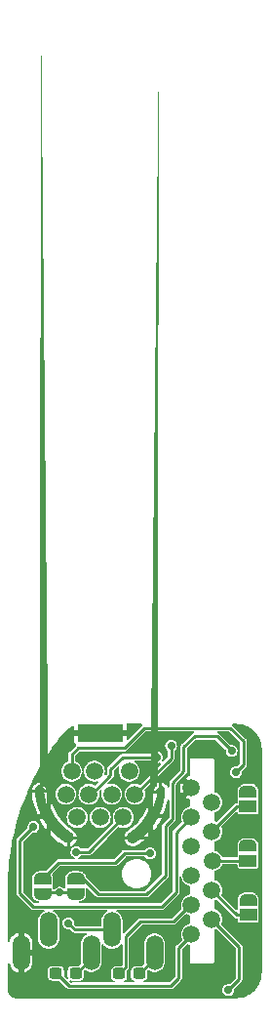
<source format=gbr>
G04 #@! TF.GenerationSoftware,KiCad,Pcbnew,(6.0.6-0)*
G04 #@! TF.CreationDate,2023-01-05T22:31:34-05:00*
G04 #@! TF.ProjectId,10DIN2VGA,31304449-4e32-4564-9741-2e6b69636164,1.0*
G04 #@! TF.SameCoordinates,Original*
G04 #@! TF.FileFunction,Copper,L2,Bot*
G04 #@! TF.FilePolarity,Positive*
%FSLAX46Y46*%
G04 Gerber Fmt 4.6, Leading zero omitted, Abs format (unit mm)*
G04 Created by KiCad (PCBNEW (6.0.6-0)) date 2023-01-05 22:31:34*
%MOMM*%
%LPD*%
G01*
G04 APERTURE LIST*
G04 Aperture macros list*
%AMRoundRect*
0 Rectangle with rounded corners*
0 $1 Rounding radius*
0 $2 $3 $4 $5 $6 $7 $8 $9 X,Y pos of 4 corners*
0 Add a 4 corners polygon primitive as box body*
4,1,4,$2,$3,$4,$5,$6,$7,$8,$9,$2,$3,0*
0 Add four circle primitives for the rounded corners*
1,1,$1+$1,$2,$3*
1,1,$1+$1,$4,$5*
1,1,$1+$1,$6,$7*
1,1,$1+$1,$8,$9*
0 Add four rect primitives between the rounded corners*
20,1,$1+$1,$2,$3,$4,$5,0*
20,1,$1+$1,$4,$5,$6,$7,0*
20,1,$1+$1,$6,$7,$8,$9,0*
20,1,$1+$1,$8,$9,$2,$3,0*%
%AMFreePoly0*
4,1,51,-0.523254,2.671291,-0.400555,2.600281,-0.302717,2.497689,-0.237607,2.371761,-0.210456,2.232619,-0.212303,2.212557,-0.172987,1.840205,-0.097260,1.446968,0.011596,1.061585,0.152793,0.686841,0.325313,0.325445,0.527906,-0.019991,0.759110,-0.346969,1.017252,-0.653126,1.300467,-0.936250,1.606708,-1.194293,1.917690,-1.414034,1.941175,-1.425165,2.047089,-1.519396,2.122299,-1.639565,
2.160759,-1.776014,2.159376,-1.917772,2.118262,-2.053444,2.040722,-2.172125,1.932989,-2.264271,1.803724,-2.322477,1.663318,-2.342061,1.523058,-2.321453,1.394222,-2.262306,1.384035,-2.255562,1.382134,-2.253829,1.030120,-2.006959,0.687011,-1.724032,0.366978,-1.415243,0.071965,-1.082468,-0.196236,-0.727729,-0.435995,-0.353179,-0.645857,0.038905,-0.824546,0.446142,-0.970977,0.866058,
-1.084260,1.296103,-1.163708,1.733664,-1.208838,2.176083,-1.209455,2.188285,-1.194737,2.329284,-1.141038,2.460484,-1.052673,2.571341,-0.936746,2.652939,-0.802577,2.698722,-0.660951,2.705007,-0.523254,2.671291,-0.523254,2.671291,$1*%
%AMFreePoly1*
4,1,51,0.914554,2.646309,1.047564,2.597262,1.161463,2.512855,1.247092,2.399873,1.297571,2.267399,1.308838,2.126083,1.307924,2.113900,1.307352,2.111448,1.264403,1.688593,1.186410,1.255825,1.075322,0.830347,0.931797,0.414688,0.756690,0.011316,0.551038,-0.377373,0.316066,-0.749071,0.053166,-1.101570,-0.236098,-1.432777,-0.550009,-1.740724,-0.886703,-2.023583,-1.244179,-2.279673,
-1.254459,-2.286275,-1.384110,-2.343617,-1.524642,-2.362265,-1.664761,-2.340721,-1.793201,-2.280716,-1.899637,-2.187075,-1.975512,-2.067324,-2.014729,-1.931091,-2.014131,-1.789327,-1.973770,-1.653428,-1.896889,-1.534321,-1.789669,-1.441578,-1.771807,-1.433416,-1.471427,-1.216632,-1.170938,-0.958753,-0.893172,-0.676546,-0.640091,-0.372006,-0.413483,-0.047284,-0.214951,0.295323,-0.045898,0.653395,
0.092482,1.024402,0.199210,1.405721,0.273533,1.794656,0.312930,2.169480,0.311221,2.194814,0.341763,2.333249,0.409931,2.457549,0.510246,2.557720,0.634644,2.625710,0.773123,2.656053,0.914554,2.646309,0.914554,2.646309,$1*%
%AMFreePoly2*
4,1,22,0.550000,-0.750000,0.000000,-0.750000,0.000000,-0.745033,-0.079941,-0.743568,-0.215256,-0.701293,-0.333266,-0.622738,-0.424486,-0.514219,-0.481581,-0.384460,-0.499164,-0.250000,-0.500000,-0.250000,-0.500000,0.250000,-0.499164,0.250000,-0.499963,0.256109,-0.478152,0.396186,-0.417904,0.524511,-0.324060,0.630769,-0.204165,0.706417,-0.067858,0.745374,0.000000,0.744959,0.000000,0.750000,
0.550000,0.750000,0.550000,-0.750000,0.550000,-0.750000,$1*%
%AMFreePoly3*
4,1,20,0.000000,0.744959,0.073905,0.744508,0.209726,0.703889,0.328688,0.626782,0.421226,0.519385,0.479903,0.390333,0.500000,0.250000,0.500000,-0.250000,0.499851,-0.262216,0.476331,-0.402017,0.414519,-0.529596,0.319384,-0.634700,0.198574,-0.708877,0.061801,-0.746166,0.000000,-0.745033,0.000000,-0.750000,-0.550000,-0.750000,-0.550000,0.750000,0.000000,0.750000,0.000000,0.744959,
0.000000,0.744959,$1*%
%AMFreePoly4*
4,1,22,0.500000,-0.750000,0.000000,-0.750000,0.000000,-0.745033,-0.079941,-0.743568,-0.215256,-0.701293,-0.333266,-0.622738,-0.424486,-0.514219,-0.481581,-0.384460,-0.499164,-0.250000,-0.500000,-0.250000,-0.500000,0.250000,-0.499164,0.250000,-0.499963,0.256109,-0.478152,0.396186,-0.417904,0.524511,-0.324060,0.630769,-0.204165,0.706417,-0.067858,0.745374,0.000000,0.744959,0.000000,0.750000,
0.500000,0.750000,0.500000,-0.750000,0.500000,-0.750000,$1*%
%AMFreePoly5*
4,1,20,0.000000,0.744959,0.073905,0.744508,0.209726,0.703889,0.328688,0.626782,0.421226,0.519385,0.479903,0.390333,0.500000,0.250000,0.500000,-0.250000,0.499851,-0.262216,0.476331,-0.402017,0.414519,-0.529596,0.319384,-0.634700,0.198574,-0.708877,0.061801,-0.746166,0.000000,-0.745033,0.000000,-0.750000,-0.500000,-0.750000,-0.500000,0.750000,0.000000,0.750000,0.000000,0.744959,
0.000000,0.744959,$1*%
G04 Aperture macros list end*
G04 #@! TA.AperFunction,ComponentPad*
%ADD10C,1.500000*%
G04 #@! TD*
G04 #@! TA.AperFunction,ComponentPad*
%ADD11R,4.000000X1.500000*%
G04 #@! TD*
G04 #@! TA.AperFunction,SMDPad,CuDef*
%ADD12FreePoly0,0.000000*%
G04 #@! TD*
G04 #@! TA.AperFunction,SMDPad,CuDef*
%ADD13FreePoly1,0.000000*%
G04 #@! TD*
G04 #@! TA.AperFunction,ComponentPad*
%ADD14O,1.508000X3.016000*%
G04 #@! TD*
G04 #@! TA.AperFunction,SMDPad,CuDef*
%ADD15FreePoly2,90.000000*%
G04 #@! TD*
G04 #@! TA.AperFunction,SMDPad,CuDef*
%ADD16R,1.500000X1.000000*%
G04 #@! TD*
G04 #@! TA.AperFunction,SMDPad,CuDef*
%ADD17FreePoly3,90.000000*%
G04 #@! TD*
G04 #@! TA.AperFunction,SMDPad,CuDef*
%ADD18RoundRect,0.237500X0.300000X0.237500X-0.300000X0.237500X-0.300000X-0.237500X0.300000X-0.237500X0*%
G04 #@! TD*
G04 #@! TA.AperFunction,SMDPad,CuDef*
%ADD19FreePoly4,270.000000*%
G04 #@! TD*
G04 #@! TA.AperFunction,SMDPad,CuDef*
%ADD20FreePoly5,270.000000*%
G04 #@! TD*
G04 #@! TA.AperFunction,ViaPad*
%ADD21C,0.700000*%
G04 #@! TD*
G04 #@! TA.AperFunction,Conductor*
%ADD22C,0.250000*%
G04 #@! TD*
G04 APERTURE END LIST*
D10*
X140021496Y-105950007D03*
X138246496Y-104700007D03*
X138246496Y-107250007D03*
X140021496Y-95800007D03*
X138246496Y-102150007D03*
X138246496Y-99625007D03*
X138246496Y-97075007D03*
X140021496Y-103425007D03*
X140021496Y-98325007D03*
X140046496Y-100875007D03*
X138246496Y-94525007D03*
X132315000Y-97110000D03*
X130315000Y-97110000D03*
X128315000Y-97110000D03*
X133340000Y-95110000D03*
X131315000Y-95110000D03*
X129340000Y-95110000D03*
X127340000Y-95110000D03*
X132840000Y-93110000D03*
X129815000Y-93110000D03*
X127840000Y-93110000D03*
D11*
X130340000Y-89810000D03*
D12*
X125865000Y-97035000D03*
D13*
X134690000Y-96985000D03*
D14*
X123440000Y-108840000D03*
X125840000Y-106840000D03*
X131340000Y-106840000D03*
X135040000Y-108840000D03*
X129540000Y-108840000D03*
D15*
X143160000Y-102170000D03*
D16*
X143160000Y-100870000D03*
D17*
X143160000Y-99570000D03*
D15*
X143162500Y-97470000D03*
D16*
X143162500Y-96170000D03*
D17*
X143162500Y-94870000D03*
D15*
X143170000Y-106880000D03*
D16*
X143170000Y-105580000D03*
D17*
X143170000Y-104280000D03*
D18*
X128192500Y-110630000D03*
X126467500Y-110630000D03*
D19*
X125310000Y-102430000D03*
D20*
X125310000Y-103730000D03*
D19*
X128180000Y-102430000D03*
D20*
X128180000Y-103730000D03*
D18*
X133687500Y-110650000D03*
X131962500Y-110650000D03*
D21*
X139180000Y-91530000D03*
X141350000Y-102430000D03*
X136260000Y-93190000D03*
X133480000Y-108070000D03*
X133130000Y-98880000D03*
X127520000Y-98880000D03*
X132820000Y-105660000D03*
X125150000Y-94830000D03*
X141330000Y-99570000D03*
X143575000Y-90975000D03*
X128825000Y-92000000D03*
X143175000Y-106875000D03*
X135500000Y-94850000D03*
X131150000Y-109190000D03*
X128660000Y-105660000D03*
X130950000Y-99925000D03*
X141025000Y-108825000D03*
X134500000Y-90220000D03*
X128250000Y-100110000D03*
X136475000Y-90900000D03*
X135250000Y-91900000D03*
X124525000Y-97925000D03*
X127550000Y-106280000D03*
X134650000Y-100220000D03*
X143170000Y-104300000D03*
X143150000Y-94850000D03*
X141730000Y-91340000D03*
X142130000Y-93190000D03*
X143160000Y-99570000D03*
X141440000Y-112075000D03*
X126810000Y-103640000D03*
D22*
X133125000Y-98875000D02*
X132000000Y-98875000D01*
X125150000Y-95195000D02*
X125150000Y-94085000D01*
X133130000Y-98880000D02*
X134470000Y-98880000D01*
X134690000Y-96985000D02*
X134690000Y-96510000D01*
X127520000Y-98880000D02*
X128280000Y-98880000D01*
X125085000Y-94820000D02*
X124415000Y-94820000D01*
X133130000Y-98880000D02*
X133125000Y-98875000D01*
X132000000Y-98875000D02*
X130950000Y-99925000D01*
X135500000Y-94780000D02*
X135500000Y-94080000D01*
X135500000Y-94850000D02*
X134760000Y-94850000D01*
X125150000Y-94830000D02*
X125930000Y-94830000D01*
X127520000Y-98880000D02*
X127520000Y-99620000D01*
X129315000Y-100110000D02*
X132315000Y-97110000D01*
X128250000Y-100110000D02*
X129315000Y-100110000D01*
X135050000Y-109332736D02*
X135050000Y-108825000D01*
X133687500Y-110650000D02*
X133732736Y-110650000D01*
X133732736Y-110650000D02*
X135050000Y-109332736D01*
X132530000Y-110082500D02*
X132530000Y-107430000D01*
X132530000Y-107430000D02*
X133810000Y-106150000D01*
X133810000Y-106150000D02*
X136671496Y-106150000D01*
X136671496Y-106150000D02*
X138121496Y-104700000D01*
X131962500Y-110650000D02*
X132530000Y-110082500D01*
X129540000Y-108840000D02*
X129540000Y-109320000D01*
X129540000Y-109320000D02*
X128230000Y-110630000D01*
X128230000Y-110630000D02*
X128200000Y-110630000D01*
X127890000Y-111712500D02*
X136437500Y-111712500D01*
X136437500Y-111712500D02*
X136450000Y-111725000D01*
X136450000Y-111725000D02*
X127615000Y-111725000D01*
X138121496Y-107428504D02*
X138121496Y-107275000D01*
X127615000Y-111725000D02*
X126520000Y-110630000D01*
X136450000Y-111725000D02*
X137150000Y-111025000D01*
X126520000Y-110630000D02*
X126470000Y-110630000D01*
X137150000Y-108400000D02*
X138121496Y-107428504D01*
X137150000Y-111025000D02*
X137150000Y-108400000D01*
X136475000Y-90900000D02*
X136475000Y-91975000D01*
X136475000Y-91975000D02*
X133340000Y-95110000D01*
X129550000Y-95110000D02*
X129340000Y-95110000D01*
X135250000Y-91900000D02*
X132267693Y-91900000D01*
X132267693Y-91900000D02*
X131219612Y-92948081D01*
X131219612Y-92948081D02*
X131219612Y-93440388D01*
X131219612Y-93440388D02*
X129550000Y-95110000D01*
X124525000Y-97925000D02*
X123325000Y-99125000D01*
X123325000Y-99125000D02*
X123325000Y-103675000D01*
X124480000Y-104830000D02*
X135680000Y-104830000D01*
X123325000Y-103675000D02*
X124480000Y-104830000D01*
X136900000Y-103610000D02*
X136900000Y-98425000D01*
X135680000Y-104830000D02*
X136900000Y-103610000D01*
X138121496Y-97203504D02*
X138121496Y-97075000D01*
X136900000Y-98425000D02*
X138121496Y-97203504D01*
X143170000Y-105580000D02*
X142160000Y-105580000D01*
X140171496Y-103591496D02*
X140171496Y-103420000D01*
X142160000Y-105580000D02*
X140171496Y-103591496D01*
X142170000Y-96170000D02*
X140171496Y-98168504D01*
X140171496Y-98168504D02*
X140171496Y-98320000D01*
X143162500Y-96170000D02*
X142170000Y-96170000D01*
X140171496Y-100870000D02*
X140171496Y-100880000D01*
X143160000Y-100870000D02*
X140171496Y-100870000D01*
X127550000Y-106280000D02*
X128110000Y-106840000D01*
X128110000Y-106840000D02*
X131340000Y-106840000D01*
X131611006Y-101025000D02*
X126715000Y-101025000D01*
X132416006Y-100220000D02*
X131611006Y-101025000D01*
X134650000Y-100220000D02*
X132416006Y-100220000D01*
X126715000Y-101025000D02*
X125310000Y-102430000D01*
X135980000Y-97870000D02*
X135980000Y-102130000D01*
X136600000Y-97250000D02*
X135980000Y-97870000D01*
X140460000Y-90070000D02*
X138510000Y-90070000D01*
X141730000Y-91340000D02*
X140460000Y-90070000D01*
X137575000Y-91005000D02*
X137575000Y-93134929D01*
X137575000Y-93134929D02*
X136600000Y-94109929D01*
X128830000Y-102430000D02*
X128180000Y-102430000D01*
X135980000Y-102130000D02*
X134340000Y-103770000D01*
X134340000Y-103770000D02*
X130170000Y-103770000D01*
X130170000Y-103770000D02*
X128830000Y-102430000D01*
X136600000Y-94109929D02*
X136600000Y-97250000D01*
X138510000Y-90070000D02*
X137575000Y-91005000D01*
X134160000Y-89350000D02*
X132420000Y-91090000D01*
X142770000Y-92550000D02*
X142770000Y-90510000D01*
X127840000Y-91650000D02*
X127840000Y-93110000D01*
X142130000Y-93190000D02*
X142770000Y-92550000D01*
X132420000Y-91090000D02*
X128400000Y-91090000D01*
X128400000Y-91090000D02*
X127840000Y-91650000D01*
X141610000Y-89350000D02*
X134160000Y-89350000D01*
X142770000Y-90510000D02*
X141610000Y-89350000D01*
X125580000Y-103640000D02*
X126810000Y-103640000D01*
X140171496Y-106121496D02*
X140171496Y-105950000D01*
X141440000Y-112075000D02*
X142400000Y-111115000D01*
X142400000Y-108350000D02*
X140171496Y-106121496D01*
X142400000Y-111115000D02*
X142400000Y-108350000D01*
X126810000Y-103640000D02*
X128230000Y-103640000D01*
G04 #@! TA.AperFunction,Conductor*
G36*
X133972118Y-89008982D02*
G01*
X133999138Y-89055782D01*
X133989754Y-89109000D01*
X133974405Y-89128023D01*
X133971112Y-89131009D01*
X133964902Y-89134837D01*
X133960486Y-89140645D01*
X133947500Y-89157722D01*
X133940477Y-89165765D01*
X132724861Y-90381381D01*
X132675885Y-90404219D01*
X132623687Y-90390233D01*
X132592692Y-90345967D01*
X132590000Y-90325520D01*
X132590000Y-90073930D01*
X132586116Y-90063259D01*
X132580472Y-90060000D01*
X128103930Y-90060000D01*
X128093259Y-90063884D01*
X128090000Y-90069528D01*
X128090000Y-90580738D01*
X128090758Y-90588435D01*
X128102987Y-90649915D01*
X128108827Y-90664013D01*
X128155439Y-90733773D01*
X128166226Y-90744560D01*
X128188208Y-90759248D01*
X128220161Y-90802828D01*
X128216626Y-90856752D01*
X128204058Y-90874195D01*
X128204902Y-90874837D01*
X128187500Y-90897722D01*
X128180477Y-90905765D01*
X127674524Y-91411718D01*
X127670929Y-91414822D01*
X127666829Y-91416826D01*
X127661869Y-91422173D01*
X127634669Y-91451495D01*
X127632612Y-91453630D01*
X127619346Y-91466896D01*
X127617284Y-91469902D01*
X127615990Y-91471459D01*
X127613149Y-91474694D01*
X127594498Y-91494800D01*
X127590131Y-91505746D01*
X127589825Y-91506513D01*
X127581596Y-91521925D01*
X127574459Y-91532328D01*
X127572775Y-91539426D01*
X127568361Y-91558027D01*
X127564872Y-91569058D01*
X127555086Y-91593586D01*
X127554500Y-91599563D01*
X127554500Y-91607193D01*
X127552365Y-91625432D01*
X127549902Y-91635812D01*
X127550886Y-91643042D01*
X127550886Y-91643043D01*
X127553778Y-91664291D01*
X127554500Y-91674945D01*
X127554500Y-92189143D01*
X127536018Y-92239923D01*
X127507633Y-92261313D01*
X127386022Y-92315458D01*
X127386019Y-92315460D01*
X127382243Y-92317141D01*
X127378895Y-92319573D01*
X127378894Y-92319574D01*
X127302865Y-92374812D01*
X127227401Y-92429640D01*
X127224627Y-92432721D01*
X127106254Y-92564188D01*
X127099333Y-92571874D01*
X127097262Y-92575461D01*
X127008881Y-92728541D01*
X127003635Y-92737627D01*
X126944491Y-92919654D01*
X126944058Y-92923770D01*
X126944058Y-92923772D01*
X126938881Y-92973026D01*
X126924485Y-93110000D01*
X126924918Y-93114120D01*
X126942186Y-93278412D01*
X126944491Y-93300346D01*
X127003635Y-93482373D01*
X127005704Y-93485956D01*
X127005705Y-93485959D01*
X127065088Y-93588812D01*
X127099333Y-93648126D01*
X127102105Y-93651205D01*
X127102106Y-93651206D01*
X127145337Y-93699219D01*
X127227401Y-93790360D01*
X127382242Y-93902859D01*
X127386031Y-93904546D01*
X127553307Y-93979023D01*
X127553310Y-93979024D01*
X127557090Y-93980707D01*
X127561133Y-93981566D01*
X127561138Y-93981568D01*
X127740259Y-94019641D01*
X127740264Y-94019642D01*
X127744303Y-94020500D01*
X127935697Y-94020500D01*
X127939736Y-94019642D01*
X127939741Y-94019641D01*
X128118862Y-93981568D01*
X128118867Y-93981566D01*
X128122910Y-93980707D01*
X128126690Y-93979024D01*
X128126693Y-93979023D01*
X128293969Y-93904546D01*
X128297758Y-93902859D01*
X128452599Y-93790360D01*
X128534663Y-93699219D01*
X128577894Y-93651206D01*
X128577895Y-93651205D01*
X128580667Y-93648126D01*
X128614912Y-93588812D01*
X128674295Y-93485959D01*
X128674296Y-93485956D01*
X128676365Y-93482373D01*
X128735509Y-93300346D01*
X128748933Y-93172624D01*
X128772622Y-93124054D01*
X128804651Y-93109794D01*
X128781065Y-93103030D01*
X128750847Y-93058230D01*
X128748933Y-93047376D01*
X128735942Y-92923772D01*
X128735942Y-92923770D01*
X128735509Y-92919654D01*
X128676365Y-92737627D01*
X128671120Y-92728541D01*
X128582738Y-92575461D01*
X128580667Y-92571874D01*
X128573747Y-92564188D01*
X128455373Y-92432721D01*
X128452599Y-92429640D01*
X128297758Y-92317141D01*
X128172367Y-92261313D01*
X128133495Y-92223774D01*
X128125500Y-92189143D01*
X128125500Y-91800980D01*
X128143982Y-91750200D01*
X128148639Y-91745119D01*
X128495119Y-91398639D01*
X128544095Y-91375801D01*
X128550980Y-91375500D01*
X132368526Y-91375500D01*
X132373255Y-91375847D01*
X132377571Y-91377329D01*
X132424799Y-91375556D01*
X132427762Y-91375500D01*
X132446552Y-91375500D01*
X132450129Y-91374834D01*
X132452172Y-91374645D01*
X132456469Y-91374367D01*
X132476563Y-91373613D01*
X132476565Y-91373613D01*
X132483853Y-91373339D01*
X132495442Y-91368360D01*
X132512155Y-91363283D01*
X132517384Y-91362309D01*
X132517388Y-91362308D01*
X132524559Y-91360972D01*
X132547045Y-91347112D01*
X132557310Y-91341780D01*
X132563129Y-91339280D01*
X132581574Y-91331355D01*
X132586215Y-91327543D01*
X132591606Y-91322152D01*
X132606014Y-91310763D01*
X132608886Y-91308993D01*
X132608889Y-91308990D01*
X132615098Y-91305163D01*
X132632500Y-91282278D01*
X132639523Y-91274235D01*
X134255119Y-89658639D01*
X134304095Y-89635801D01*
X134310980Y-89635500D01*
X138413976Y-89635500D01*
X138464756Y-89653982D01*
X138491776Y-89700782D01*
X138482392Y-89754000D01*
X138445161Y-89787084D01*
X138434559Y-89791639D01*
X138417846Y-89796718D01*
X138405441Y-89799028D01*
X138389935Y-89808586D01*
X138382964Y-89812883D01*
X138372695Y-89818217D01*
X138348426Y-89828644D01*
X138343786Y-89832456D01*
X138338394Y-89837848D01*
X138323986Y-89849237D01*
X138321114Y-89851007D01*
X138321111Y-89851010D01*
X138314902Y-89854837D01*
X138310486Y-89860645D01*
X138297500Y-89877722D01*
X138290477Y-89885765D01*
X137409524Y-90766718D01*
X137405929Y-90769822D01*
X137401829Y-90771826D01*
X137396869Y-90777173D01*
X137369669Y-90806495D01*
X137367612Y-90808630D01*
X137354346Y-90821896D01*
X137352284Y-90824902D01*
X137350990Y-90826459D01*
X137348149Y-90829694D01*
X137329498Y-90849800D01*
X137325131Y-90860746D01*
X137324825Y-90861513D01*
X137316596Y-90876925D01*
X137309459Y-90887328D01*
X137307775Y-90894426D01*
X137303361Y-90913027D01*
X137299872Y-90924058D01*
X137290086Y-90948586D01*
X137289500Y-90954563D01*
X137289500Y-90962193D01*
X137287365Y-90980432D01*
X137284902Y-90990812D01*
X137285886Y-90998042D01*
X137285886Y-90998043D01*
X137288778Y-91019291D01*
X137289500Y-91029945D01*
X137289500Y-92983949D01*
X137271018Y-93034729D01*
X137266361Y-93039810D01*
X136434524Y-93871647D01*
X136430929Y-93874751D01*
X136426829Y-93876755D01*
X136421869Y-93882102D01*
X136394669Y-93911424D01*
X136392612Y-93913559D01*
X136379346Y-93926825D01*
X136377284Y-93929831D01*
X136375990Y-93931388D01*
X136373149Y-93934623D01*
X136354498Y-93954729D01*
X136351795Y-93961505D01*
X136349825Y-93966442D01*
X136341596Y-93981854D01*
X136334459Y-93992257D01*
X136332775Y-93999355D01*
X136328361Y-94017956D01*
X136324872Y-94028987D01*
X136315086Y-94053515D01*
X136314500Y-94059492D01*
X136314500Y-94067122D01*
X136312365Y-94085361D01*
X136309902Y-94095741D01*
X136310886Y-94102971D01*
X136310886Y-94102972D01*
X136313778Y-94124220D01*
X136314500Y-94134874D01*
X136314500Y-94429450D01*
X136296018Y-94480230D01*
X136249218Y-94507250D01*
X136196000Y-94497866D01*
X136166411Y-94467761D01*
X136146101Y-94431134D01*
X136143030Y-94426421D01*
X136059920Y-94316762D01*
X136056225Y-94312547D01*
X136008845Y-94265675D01*
X136004583Y-94262020D01*
X135894035Y-94180095D01*
X135889301Y-94177084D01*
X135830666Y-94145393D01*
X135825564Y-94143087D01*
X135696454Y-94095479D01*
X135691063Y-94093917D01*
X135625907Y-94079959D01*
X135620341Y-94079175D01*
X135483075Y-94069718D01*
X135477460Y-94069731D01*
X135410989Y-94074623D01*
X135405445Y-94075430D01*
X135271031Y-94104882D01*
X135265656Y-94106467D01*
X135203224Y-94129819D01*
X135198133Y-94132148D01*
X135077377Y-94198148D01*
X135072674Y-94201171D01*
X135019299Y-94241114D01*
X135015066Y-94244779D01*
X134917692Y-94342015D01*
X134914020Y-94346245D01*
X134874016Y-94399542D01*
X134870972Y-94404262D01*
X134804802Y-94524916D01*
X134804501Y-94525571D01*
X134804395Y-94535914D01*
X134804492Y-94536033D01*
X134813088Y-94538383D01*
X134857195Y-94569605D01*
X134871250Y-94614585D01*
X134871250Y-96789820D01*
X134875134Y-96800491D01*
X134880778Y-96803750D01*
X135728604Y-96803750D01*
X135767787Y-96818011D01*
X135768802Y-96816253D01*
X135778772Y-96822009D01*
X135779384Y-96822232D01*
X135779537Y-96822451D01*
X135789537Y-96828224D01*
X135794879Y-96822236D01*
X135859220Y-96674021D01*
X135859786Y-96672646D01*
X135866368Y-96655728D01*
X135866886Y-96654316D01*
X136010025Y-96239775D01*
X136010493Y-96238328D01*
X136015746Y-96220975D01*
X136016147Y-96219553D01*
X136126944Y-95795189D01*
X136127296Y-95793726D01*
X136131189Y-95776056D01*
X136131499Y-95774510D01*
X136157753Y-95628832D01*
X136184949Y-95582135D01*
X136235798Y-95563845D01*
X136286508Y-95582519D01*
X136313351Y-95629419D01*
X136314500Y-95642844D01*
X136314500Y-97099020D01*
X136296018Y-97149800D01*
X136291361Y-97154881D01*
X135814524Y-97631718D01*
X135810929Y-97634822D01*
X135806829Y-97636826D01*
X135801869Y-97642173D01*
X135774669Y-97671495D01*
X135772612Y-97673630D01*
X135759346Y-97686896D01*
X135757284Y-97689902D01*
X135755990Y-97691459D01*
X135753149Y-97694694D01*
X135734498Y-97714800D01*
X135731795Y-97721576D01*
X135729825Y-97726513D01*
X135721596Y-97741925D01*
X135714459Y-97752328D01*
X135712775Y-97759426D01*
X135708361Y-97778027D01*
X135704872Y-97789058D01*
X135695086Y-97813586D01*
X135694500Y-97819563D01*
X135694500Y-97827193D01*
X135692365Y-97845432D01*
X135689902Y-97855812D01*
X135690886Y-97863042D01*
X135690886Y-97863043D01*
X135693778Y-97884291D01*
X135694500Y-97894945D01*
X135694500Y-101979020D01*
X135676018Y-102029800D01*
X135671361Y-102034881D01*
X134244881Y-103461361D01*
X134195905Y-103484199D01*
X134189020Y-103484500D01*
X130320980Y-103484500D01*
X130270200Y-103466018D01*
X130265119Y-103461361D01*
X129089312Y-102285554D01*
X129069214Y-102251402D01*
X129049226Y-102181462D01*
X129049224Y-102181456D01*
X129048455Y-102178766D01*
X129029509Y-102136412D01*
X128953083Y-102015284D01*
X128950069Y-102011742D01*
X128931564Y-101990000D01*
X132204647Y-101990000D01*
X132204948Y-101993441D01*
X132223443Y-102204841D01*
X132224022Y-102211463D01*
X132281560Y-102426196D01*
X132301810Y-102469622D01*
X132340895Y-102553439D01*
X132375512Y-102627676D01*
X132377491Y-102630503D01*
X132377492Y-102630504D01*
X132490355Y-102791689D01*
X132503023Y-102809781D01*
X132660219Y-102966977D01*
X132842323Y-103094488D01*
X133043804Y-103188440D01*
X133258537Y-103245978D01*
X133261973Y-103246279D01*
X133261975Y-103246279D01*
X133476559Y-103265052D01*
X133480000Y-103265353D01*
X133483441Y-103265052D01*
X133698025Y-103246279D01*
X133698027Y-103246279D01*
X133701463Y-103245978D01*
X133916196Y-103188440D01*
X134117677Y-103094488D01*
X134299781Y-102966977D01*
X134456977Y-102809781D01*
X134469646Y-102791689D01*
X134582508Y-102630504D01*
X134582509Y-102630503D01*
X134584488Y-102627676D01*
X134619106Y-102553439D01*
X134658190Y-102469622D01*
X134678440Y-102426196D01*
X134735978Y-102211463D01*
X134736558Y-102204841D01*
X134755052Y-101993441D01*
X134755353Y-101990000D01*
X134743125Y-101850228D01*
X134736279Y-101771975D01*
X134736279Y-101771973D01*
X134735978Y-101768537D01*
X134678440Y-101553804D01*
X134600101Y-101385806D01*
X134585947Y-101355452D01*
X134585945Y-101355449D01*
X134584488Y-101352324D01*
X134556483Y-101312329D01*
X134458959Y-101173049D01*
X134458956Y-101173046D01*
X134456977Y-101170219D01*
X134299781Y-101013023D01*
X134117677Y-100885512D01*
X133916196Y-100791560D01*
X133701463Y-100734022D01*
X133698027Y-100733721D01*
X133698025Y-100733721D01*
X133483441Y-100714948D01*
X133480000Y-100714647D01*
X133476559Y-100714948D01*
X133261975Y-100733721D01*
X133261973Y-100733721D01*
X133258537Y-100734022D01*
X133043804Y-100791560D01*
X133004609Y-100809837D01*
X132845452Y-100884053D01*
X132845449Y-100884055D01*
X132842324Y-100885512D01*
X132839501Y-100887489D01*
X132839496Y-100887492D01*
X132663049Y-101011041D01*
X132663046Y-101011044D01*
X132660219Y-101013023D01*
X132503023Y-101170219D01*
X132501044Y-101173046D01*
X132501041Y-101173049D01*
X132403517Y-101312329D01*
X132375512Y-101352324D01*
X132374055Y-101355449D01*
X132374053Y-101355452D01*
X132359899Y-101385806D01*
X132281560Y-101553804D01*
X132224022Y-101768537D01*
X132223721Y-101771972D01*
X132223721Y-101771975D01*
X132209817Y-101930902D01*
X132205807Y-101976743D01*
X132204647Y-101990000D01*
X128931564Y-101990000D01*
X128923011Y-101979950D01*
X128815660Y-101885142D01*
X128776882Y-101859669D01*
X128647237Y-101798800D01*
X128602865Y-101785234D01*
X128600092Y-101784802D01*
X128600091Y-101784802D01*
X128464117Y-101763631D01*
X128464113Y-101763631D01*
X128461347Y-101763200D01*
X128440006Y-101762939D01*
X128417765Y-101762667D01*
X128417760Y-101762667D01*
X128414953Y-101762633D01*
X128395276Y-101765206D01*
X128391582Y-101765689D01*
X128381339Y-101766356D01*
X127987733Y-101766356D01*
X127975580Y-101765416D01*
X127964118Y-101763631D01*
X127964110Y-101763630D01*
X127961346Y-101763200D01*
X127939605Y-101762934D01*
X127917765Y-101762667D01*
X127917760Y-101762667D01*
X127914953Y-101762633D01*
X127772939Y-101781203D01*
X127770232Y-101781959D01*
X127770231Y-101781959D01*
X127730960Y-101792924D01*
X127728249Y-101793681D01*
X127662703Y-101822522D01*
X127599737Y-101850228D01*
X127599733Y-101850230D01*
X127597156Y-101851364D01*
X127557767Y-101875882D01*
X127448132Y-101968039D01*
X127446259Y-101970134D01*
X127419075Y-102000537D01*
X127419071Y-102000542D01*
X127417206Y-102002628D01*
X127415656Y-102004957D01*
X127415651Y-102004963D01*
X127389873Y-102043689D01*
X127337843Y-102121853D01*
X127336636Y-102124384D01*
X127319076Y-102161197D01*
X127319073Y-102161205D01*
X127317868Y-102163731D01*
X127317033Y-102166405D01*
X127317031Y-102166409D01*
X127292091Y-102246237D01*
X127275158Y-102300437D01*
X127267739Y-102346238D01*
X127265114Y-102489437D01*
X127265462Y-102492229D01*
X127265750Y-102494542D01*
X127266356Y-102504307D01*
X127266356Y-102930000D01*
X127278813Y-102992624D01*
X127283136Y-102999094D01*
X127307869Y-103036110D01*
X127320713Y-103088601D01*
X127307869Y-103123890D01*
X127278813Y-103167376D01*
X127277296Y-103175005D01*
X127277295Y-103175006D01*
X127271825Y-103202506D01*
X127243791Y-103248704D01*
X127192619Y-103266074D01*
X127150158Y-103249627D01*
X127149041Y-103251350D01*
X127031054Y-103174874D01*
X127031051Y-103174872D01*
X127026332Y-103171814D01*
X126956282Y-103150864D01*
X126891621Y-103131526D01*
X126891619Y-103131526D01*
X126886233Y-103129915D01*
X126813711Y-103129472D01*
X126745630Y-103129056D01*
X126745628Y-103129056D01*
X126740005Y-103129022D01*
X126599404Y-103169206D01*
X126594645Y-103172209D01*
X126491412Y-103237344D01*
X126475732Y-103247237D01*
X126404584Y-103327797D01*
X126357117Y-103353622D01*
X126345372Y-103354500D01*
X126302644Y-103354500D01*
X126251864Y-103336018D01*
X126224844Y-103289218D01*
X126223644Y-103275500D01*
X126223644Y-103230000D01*
X126218175Y-103202506D01*
X126212705Y-103175006D01*
X126212704Y-103175005D01*
X126211187Y-103167376D01*
X126182131Y-103123890D01*
X126169287Y-103071399D01*
X126182131Y-103036110D01*
X126206864Y-102999094D01*
X126211187Y-102992624D01*
X126223644Y-102930000D01*
X126223644Y-102438875D01*
X126223645Y-102438392D01*
X126224092Y-102365252D01*
X126224092Y-102365250D01*
X126224109Y-102362444D01*
X126219312Y-102327427D01*
X126218194Y-102319261D01*
X126218193Y-102319256D01*
X126217812Y-102316475D01*
X126183225Y-102195457D01*
X126179226Y-102181463D01*
X126179225Y-102181460D01*
X126178455Y-102178766D01*
X126159509Y-102136412D01*
X126158016Y-102134046D01*
X126158011Y-102134036D01*
X126134326Y-102096498D01*
X126122860Y-102043689D01*
X126145277Y-101998481D01*
X126810119Y-101333639D01*
X126859095Y-101310801D01*
X126865980Y-101310500D01*
X131559532Y-101310500D01*
X131564261Y-101310847D01*
X131568577Y-101312329D01*
X131615805Y-101310556D01*
X131618768Y-101310500D01*
X131637558Y-101310500D01*
X131641135Y-101309834D01*
X131643178Y-101309645D01*
X131647475Y-101309367D01*
X131667569Y-101308613D01*
X131667571Y-101308613D01*
X131674859Y-101308339D01*
X131686448Y-101303360D01*
X131703161Y-101298283D01*
X131708390Y-101297309D01*
X131708394Y-101297308D01*
X131715565Y-101295972D01*
X131738051Y-101282112D01*
X131748316Y-101276780D01*
X131750100Y-101276014D01*
X131772580Y-101266355D01*
X131777221Y-101262543D01*
X131782612Y-101257152D01*
X131797020Y-101245763D01*
X131799892Y-101243993D01*
X131799895Y-101243990D01*
X131806104Y-101240163D01*
X131823506Y-101217278D01*
X131830529Y-101209235D01*
X132511125Y-100528639D01*
X132560101Y-100505801D01*
X132566986Y-100505500D01*
X134186239Y-100505500D01*
X134237019Y-100523982D01*
X134246712Y-100533667D01*
X134306236Y-100604479D01*
X134427964Y-100685508D01*
X134433338Y-100687187D01*
X134541622Y-100721018D01*
X134567541Y-100729116D01*
X134617056Y-100730023D01*
X134708120Y-100731692D01*
X134708121Y-100731692D01*
X134713747Y-100731795D01*
X134854829Y-100693332D01*
X134979445Y-100616818D01*
X134983218Y-100612650D01*
X134983220Y-100612648D01*
X135073799Y-100512577D01*
X135073800Y-100512576D01*
X135077576Y-100508404D01*
X135082812Y-100497598D01*
X135138881Y-100381870D01*
X135141335Y-100376805D01*
X135144486Y-100358079D01*
X135165090Y-100235610D01*
X135165090Y-100235607D01*
X135165596Y-100232601D01*
X135165750Y-100220000D01*
X135146358Y-100084586D01*
X135145818Y-100080816D01*
X135145817Y-100080814D01*
X135145020Y-100075246D01*
X135115648Y-100010645D01*
X135086827Y-99947257D01*
X135086826Y-99947255D01*
X135084495Y-99942129D01*
X135080820Y-99937864D01*
X135080818Y-99937861D01*
X134992716Y-99835615D01*
X134989041Y-99831350D01*
X134942774Y-99801361D01*
X134871054Y-99754874D01*
X134871051Y-99754872D01*
X134866332Y-99751814D01*
X134778723Y-99725613D01*
X134731621Y-99711526D01*
X134731619Y-99711526D01*
X134726233Y-99709915D01*
X134653711Y-99709472D01*
X134585630Y-99709056D01*
X134585628Y-99709056D01*
X134580005Y-99709022D01*
X134439404Y-99749206D01*
X134315732Y-99827237D01*
X134244584Y-99907797D01*
X134197117Y-99933622D01*
X134185372Y-99934500D01*
X132467480Y-99934500D01*
X132462751Y-99934153D01*
X132458435Y-99932671D01*
X132411208Y-99934444D01*
X132408244Y-99934500D01*
X132389454Y-99934500D01*
X132385877Y-99935166D01*
X132383834Y-99935355D01*
X132379537Y-99935633D01*
X132359443Y-99936387D01*
X132359441Y-99936387D01*
X132352153Y-99936661D01*
X132340564Y-99941640D01*
X132323851Y-99946717D01*
X132318622Y-99947691D01*
X132318618Y-99947692D01*
X132311447Y-99949028D01*
X132303196Y-99954114D01*
X132288961Y-99962888D01*
X132278696Y-99968220D01*
X132254432Y-99978645D01*
X132249791Y-99982457D01*
X132244400Y-99987848D01*
X132229992Y-99999237D01*
X132227120Y-100001007D01*
X132227117Y-100001010D01*
X132220908Y-100004837D01*
X132216492Y-100010645D01*
X132203506Y-100027722D01*
X132196483Y-100035765D01*
X131515887Y-100716361D01*
X131466911Y-100739199D01*
X131460026Y-100739500D01*
X128472123Y-100739500D01*
X128421343Y-100721018D01*
X128394323Y-100674218D01*
X128403707Y-100621000D01*
X128445103Y-100586264D01*
X128448639Y-100585141D01*
X128449397Y-100584813D01*
X128454829Y-100583332D01*
X128555153Y-100521733D01*
X128574652Y-100509761D01*
X128579445Y-100506818D01*
X128583218Y-100502650D01*
X128583220Y-100502648D01*
X128656684Y-100421485D01*
X128704464Y-100396240D01*
X128715254Y-100395500D01*
X129263526Y-100395500D01*
X129268255Y-100395847D01*
X129272571Y-100397329D01*
X129319799Y-100395556D01*
X129322762Y-100395500D01*
X129341552Y-100395500D01*
X129345129Y-100394834D01*
X129347172Y-100394645D01*
X129351469Y-100394367D01*
X129371563Y-100393613D01*
X129371565Y-100393613D01*
X129378853Y-100393339D01*
X129390442Y-100388360D01*
X129407155Y-100383283D01*
X129412384Y-100382309D01*
X129412388Y-100382308D01*
X129419559Y-100380972D01*
X129442045Y-100367112D01*
X129452310Y-100361780D01*
X129469966Y-100354194D01*
X129476574Y-100351355D01*
X129481215Y-100347543D01*
X129486606Y-100342152D01*
X129501014Y-100330763D01*
X129503886Y-100328993D01*
X129503889Y-100328990D01*
X129510098Y-100325163D01*
X129527500Y-100302278D01*
X129534523Y-100294235D01*
X130915846Y-98912912D01*
X132415295Y-98912912D01*
X132415670Y-98918514D01*
X132424840Y-98984519D01*
X132426007Y-98990017D01*
X132464069Y-99122240D01*
X132466001Y-99127510D01*
X132493329Y-99188296D01*
X132495983Y-99193227D01*
X132569633Y-99309468D01*
X132572961Y-99313976D01*
X132616258Y-99364654D01*
X132620195Y-99368648D01*
X132723499Y-99459534D01*
X132727974Y-99462938D01*
X132783736Y-99499416D01*
X132788648Y-99502151D01*
X132913304Y-99560388D01*
X132918547Y-99562397D01*
X132982321Y-99581762D01*
X132987784Y-99583005D01*
X133123782Y-99603916D01*
X133129379Y-99604373D01*
X133196029Y-99605061D01*
X133201613Y-99604721D01*
X133338028Y-99586620D01*
X133343524Y-99585488D01*
X133407674Y-99567445D01*
X133412960Y-99565544D01*
X133539989Y-99509361D01*
X133542703Y-99508033D01*
X133574653Y-99490842D01*
X133577265Y-99489304D01*
X133585100Y-99484273D01*
X133587595Y-99482531D01*
X133604315Y-99469872D01*
X133605994Y-99468635D01*
X133953694Y-99219548D01*
X133954909Y-99218642D01*
X133969216Y-99207535D01*
X133970429Y-99206554D01*
X134306183Y-98924484D01*
X134307337Y-98923477D01*
X134320729Y-98911314D01*
X134321860Y-98910247D01*
X134498806Y-98736663D01*
X134508750Y-98715862D01*
X134508750Y-98319847D01*
X134871250Y-98319847D01*
X134874359Y-98328391D01*
X134876245Y-98328058D01*
X134937921Y-98257439D01*
X134938888Y-98256288D01*
X134950285Y-98242175D01*
X134951201Y-98240995D01*
X135213386Y-97889452D01*
X135214286Y-97888197D01*
X135224518Y-97873314D01*
X135225403Y-97871972D01*
X135459704Y-97501338D01*
X135460505Y-97500016D01*
X135469600Y-97484320D01*
X135470318Y-97483022D01*
X135631404Y-97178563D01*
X135632729Y-97168992D01*
X135624741Y-97166250D01*
X134885180Y-97166250D01*
X134874509Y-97170134D01*
X134871250Y-97175778D01*
X134871250Y-98319847D01*
X134508750Y-98319847D01*
X134508750Y-95967222D01*
X134507040Y-95962524D01*
X134503939Y-95966191D01*
X134406376Y-96227763D01*
X134403796Y-96233882D01*
X134246893Y-96566222D01*
X134243807Y-96572104D01*
X134059531Y-96890108D01*
X134055963Y-96895709D01*
X133845629Y-97197110D01*
X133841602Y-97202392D01*
X133606702Y-97485056D01*
X133602247Y-97489981D01*
X133344433Y-97751916D01*
X133339579Y-97756449D01*
X133060679Y-97995801D01*
X133055461Y-97999911D01*
X132792328Y-98189812D01*
X132788787Y-98192224D01*
X132733165Y-98227946D01*
X132728681Y-98231298D01*
X132624599Y-98321325D01*
X132620630Y-98325286D01*
X132576918Y-98375587D01*
X132573540Y-98380083D01*
X132498921Y-98495688D01*
X132496226Y-98500597D01*
X132468385Y-98561152D01*
X132466408Y-98566406D01*
X132427230Y-98698320D01*
X132426024Y-98703781D01*
X132416297Y-98769719D01*
X132415874Y-98775317D01*
X132415295Y-98912912D01*
X130915846Y-98912912D01*
X131866355Y-97962403D01*
X131915331Y-97939565D01*
X131954349Y-97946094D01*
X132032090Y-97980707D01*
X132036133Y-97981566D01*
X132036135Y-97981567D01*
X132215259Y-98019641D01*
X132215264Y-98019642D01*
X132219303Y-98020500D01*
X132410697Y-98020500D01*
X132414736Y-98019642D01*
X132414741Y-98019641D01*
X132593862Y-97981568D01*
X132593867Y-97981566D01*
X132597910Y-97980707D01*
X132601690Y-97979024D01*
X132601693Y-97979023D01*
X132768969Y-97904546D01*
X132772758Y-97902859D01*
X132927599Y-97790360D01*
X132989532Y-97721576D01*
X133052894Y-97651206D01*
X133052895Y-97651205D01*
X133055667Y-97648126D01*
X133062191Y-97636826D01*
X133149295Y-97485959D01*
X133149296Y-97485956D01*
X133151365Y-97482373D01*
X133210509Y-97300346D01*
X133213219Y-97274567D01*
X133230082Y-97114120D01*
X133230515Y-97110000D01*
X133210509Y-96919654D01*
X133151365Y-96737627D01*
X133144072Y-96724994D01*
X133057738Y-96575461D01*
X133055667Y-96571874D01*
X132927599Y-96429640D01*
X132772758Y-96317141D01*
X132632856Y-96254852D01*
X132601693Y-96240977D01*
X132601690Y-96240976D01*
X132597910Y-96239293D01*
X132593867Y-96238434D01*
X132593862Y-96238432D01*
X132414741Y-96200359D01*
X132414736Y-96200358D01*
X132410697Y-96199500D01*
X132219303Y-96199500D01*
X132215264Y-96200358D01*
X132215259Y-96200359D01*
X132036135Y-96238433D01*
X132036133Y-96238434D01*
X132032090Y-96239293D01*
X132028313Y-96240975D01*
X132028312Y-96240975D01*
X131861022Y-96315458D01*
X131861019Y-96315460D01*
X131857243Y-96317141D01*
X131853895Y-96319573D01*
X131853894Y-96319574D01*
X131754560Y-96391744D01*
X131702401Y-96429640D01*
X131574333Y-96571874D01*
X131572262Y-96575461D01*
X131485929Y-96724994D01*
X131478635Y-96737627D01*
X131419491Y-96919654D01*
X131399485Y-97110000D01*
X131399918Y-97114120D01*
X131416782Y-97274567D01*
X131419491Y-97300346D01*
X131478099Y-97480722D01*
X131478447Y-97481794D01*
X131476562Y-97535800D01*
X131459175Y-97562067D01*
X129219881Y-99801361D01*
X129170905Y-99824199D01*
X129164020Y-99824500D01*
X128714132Y-99824500D01*
X128663352Y-99806018D01*
X128654284Y-99797068D01*
X128615631Y-99752209D01*
X128589041Y-99721350D01*
X128548812Y-99695275D01*
X128471054Y-99644874D01*
X128471051Y-99644872D01*
X128466332Y-99641814D01*
X128373266Y-99613981D01*
X128331621Y-99601526D01*
X128331619Y-99601526D01*
X128326233Y-99599915D01*
X128253711Y-99599472D01*
X128185630Y-99599056D01*
X128185628Y-99599056D01*
X128180005Y-99599022D01*
X128039404Y-99639206D01*
X128034645Y-99642209D01*
X127926302Y-99710568D01*
X127915732Y-99717237D01*
X127912011Y-99721450D01*
X127912010Y-99721451D01*
X127886617Y-99750203D01*
X127818932Y-99826841D01*
X127756786Y-99959209D01*
X127749503Y-100005984D01*
X127735484Y-100096020D01*
X127734288Y-100103699D01*
X127735018Y-100109280D01*
X127751538Y-100235610D01*
X127753249Y-100248695D01*
X127812143Y-100382542D01*
X127906236Y-100494479D01*
X128027964Y-100575508D01*
X128033338Y-100577187D01*
X128058649Y-100585095D01*
X128101607Y-100617880D01*
X128113441Y-100670607D01*
X128088613Y-100718605D01*
X128035090Y-100739500D01*
X126766473Y-100739500D01*
X126761744Y-100739153D01*
X126757428Y-100737671D01*
X126710201Y-100739444D01*
X126707237Y-100739500D01*
X126688448Y-100739500D01*
X126684871Y-100740166D01*
X126682828Y-100740355D01*
X126678531Y-100740633D01*
X126658437Y-100741387D01*
X126658435Y-100741387D01*
X126651147Y-100741661D01*
X126639558Y-100746640D01*
X126622845Y-100751717D01*
X126617616Y-100752691D01*
X126617612Y-100752692D01*
X126610441Y-100754028D01*
X126591354Y-100765793D01*
X126587955Y-100767888D01*
X126577690Y-100773220D01*
X126553426Y-100783645D01*
X126548785Y-100787457D01*
X126543394Y-100792848D01*
X126528986Y-100804237D01*
X126526114Y-100806007D01*
X126526111Y-100806010D01*
X126519902Y-100809837D01*
X126515486Y-100815645D01*
X126502500Y-100832722D01*
X126495477Y-100840765D01*
X125596426Y-101739816D01*
X125545606Y-101762641D01*
X125544953Y-101762633D01*
X125525276Y-101765206D01*
X125521582Y-101765689D01*
X125511339Y-101766356D01*
X125117733Y-101766356D01*
X125105580Y-101765416D01*
X125094118Y-101763631D01*
X125094110Y-101763630D01*
X125091346Y-101763200D01*
X125069605Y-101762934D01*
X125047765Y-101762667D01*
X125047760Y-101762667D01*
X125044953Y-101762633D01*
X124902939Y-101781203D01*
X124900232Y-101781959D01*
X124900231Y-101781959D01*
X124860960Y-101792924D01*
X124858249Y-101793681D01*
X124792703Y-101822522D01*
X124729737Y-101850228D01*
X124729733Y-101850230D01*
X124727156Y-101851364D01*
X124687767Y-101875882D01*
X124578132Y-101968039D01*
X124576259Y-101970134D01*
X124549075Y-102000537D01*
X124549071Y-102000542D01*
X124547206Y-102002628D01*
X124545656Y-102004957D01*
X124545651Y-102004963D01*
X124519873Y-102043689D01*
X124467843Y-102121853D01*
X124466636Y-102124384D01*
X124449076Y-102161197D01*
X124449073Y-102161205D01*
X124447868Y-102163731D01*
X124447033Y-102166405D01*
X124447031Y-102166409D01*
X124422091Y-102246237D01*
X124405158Y-102300437D01*
X124397739Y-102346238D01*
X124395114Y-102489437D01*
X124395462Y-102492229D01*
X124395750Y-102494542D01*
X124396356Y-102504307D01*
X124396356Y-102930000D01*
X124408813Y-102992624D01*
X124413136Y-102999094D01*
X124437869Y-103036110D01*
X124450713Y-103088601D01*
X124437869Y-103123890D01*
X124408813Y-103167376D01*
X124407296Y-103175005D01*
X124407295Y-103175006D01*
X124401825Y-103202506D01*
X124396356Y-103230000D01*
X124396356Y-103720945D01*
X124396343Y-103722393D01*
X124395114Y-103789437D01*
X124397299Y-103806980D01*
X124400290Y-103830982D01*
X124400850Y-103835480D01*
X124438523Y-103973660D01*
X124439636Y-103976232D01*
X124439637Y-103976235D01*
X124455831Y-104013658D01*
X124456949Y-104016241D01*
X124458419Y-104018635D01*
X124458420Y-104018637D01*
X124471390Y-104039761D01*
X124531889Y-104138293D01*
X124533685Y-104140456D01*
X124533689Y-104140462D01*
X124554449Y-104165468D01*
X124561526Y-104173992D01*
X124667710Y-104270106D01*
X124706177Y-104296052D01*
X124835069Y-104358499D01*
X124837755Y-104359356D01*
X124837757Y-104359357D01*
X124854177Y-104364597D01*
X124879270Y-104372605D01*
X124882040Y-104373071D01*
X124968368Y-104387595D01*
X125015378Y-104414246D01*
X125034259Y-104464880D01*
X125016175Y-104515803D01*
X124969590Y-104543190D01*
X124955261Y-104544500D01*
X124630980Y-104544500D01*
X124580200Y-104526018D01*
X124575119Y-104521361D01*
X123633639Y-103579881D01*
X123610801Y-103530905D01*
X123610500Y-103524020D01*
X123610500Y-99275980D01*
X123628982Y-99225200D01*
X123633639Y-99220119D01*
X124238272Y-98615486D01*
X126046250Y-98615486D01*
X126056572Y-98641167D01*
X126371603Y-98945130D01*
X126372732Y-98946178D01*
X126386417Y-98958388D01*
X126387574Y-98959381D01*
X126729761Y-99241547D01*
X126730982Y-99242514D01*
X126745538Y-99253593D01*
X126746795Y-99254512D01*
X127086796Y-99492957D01*
X127090003Y-99495329D01*
X127104213Y-99506405D01*
X127106697Y-99508191D01*
X127114449Y-99513324D01*
X127117035Y-99514896D01*
X127148746Y-99532535D01*
X127151483Y-99533921D01*
X127277692Y-99591861D01*
X127282954Y-99593837D01*
X127346848Y-99612774D01*
X127352319Y-99613981D01*
X127488458Y-99633985D01*
X127494063Y-99634404D01*
X127560700Y-99634648D01*
X127566301Y-99634269D01*
X127702573Y-99615260D01*
X127708068Y-99614091D01*
X127772101Y-99595620D01*
X127777373Y-99593683D01*
X127902841Y-99537188D01*
X127907762Y-99534537D01*
X127964061Y-99498821D01*
X127968558Y-99495497D01*
X128073135Y-99406049D01*
X128077120Y-99402118D01*
X128121116Y-99352053D01*
X128124515Y-99347580D01*
X128199771Y-99232396D01*
X128202503Y-99227485D01*
X128230675Y-99167094D01*
X128232681Y-99161851D01*
X128272588Y-99030163D01*
X128273827Y-99024699D01*
X128283919Y-98958820D01*
X128284372Y-98953221D01*
X128285715Y-98815637D01*
X128285370Y-98810032D01*
X128276564Y-98743960D01*
X128275432Y-98738479D01*
X128238101Y-98606035D01*
X128236198Y-98600757D01*
X128209211Y-98539830D01*
X128206576Y-98534867D01*
X128133579Y-98418232D01*
X128130274Y-98413702D01*
X128087259Y-98362784D01*
X128083345Y-98358769D01*
X127980541Y-98267307D01*
X127976099Y-98263888D01*
X127920530Y-98227096D01*
X127913193Y-98222956D01*
X127913234Y-98222883D01*
X127904316Y-98217671D01*
X127632993Y-98025954D01*
X127627677Y-98021848D01*
X127343441Y-97782347D01*
X127338493Y-97777804D01*
X127075642Y-97515037D01*
X127071099Y-97510091D01*
X126831497Y-97225923D01*
X126827389Y-97220609D01*
X126749178Y-97110000D01*
X127399485Y-97110000D01*
X127399918Y-97114120D01*
X127416782Y-97274567D01*
X127419491Y-97300346D01*
X127478635Y-97482373D01*
X127480704Y-97485956D01*
X127480705Y-97485959D01*
X127567809Y-97636826D01*
X127574333Y-97648126D01*
X127577105Y-97651205D01*
X127577106Y-97651206D01*
X127640468Y-97721576D01*
X127702401Y-97790360D01*
X127857242Y-97902859D01*
X127861031Y-97904546D01*
X128028307Y-97979023D01*
X128028310Y-97979024D01*
X128032090Y-97980707D01*
X128036133Y-97981566D01*
X128036138Y-97981568D01*
X128215259Y-98019641D01*
X128215264Y-98019642D01*
X128219303Y-98020500D01*
X128410697Y-98020500D01*
X128414736Y-98019642D01*
X128414741Y-98019641D01*
X128593862Y-97981568D01*
X128593867Y-97981566D01*
X128597910Y-97980707D01*
X128601690Y-97979024D01*
X128601693Y-97979023D01*
X128768969Y-97904546D01*
X128772758Y-97902859D01*
X128927599Y-97790360D01*
X128989532Y-97721576D01*
X129052894Y-97651206D01*
X129052895Y-97651205D01*
X129055667Y-97648126D01*
X129062191Y-97636826D01*
X129149295Y-97485959D01*
X129149296Y-97485956D01*
X129151365Y-97482373D01*
X129210509Y-97300346D01*
X129213219Y-97274567D01*
X129230082Y-97114120D01*
X129230515Y-97110000D01*
X129399485Y-97110000D01*
X129399918Y-97114120D01*
X129416782Y-97274567D01*
X129419491Y-97300346D01*
X129478635Y-97482373D01*
X129480704Y-97485956D01*
X129480705Y-97485959D01*
X129567809Y-97636826D01*
X129574333Y-97648126D01*
X129577105Y-97651205D01*
X129577106Y-97651206D01*
X129640468Y-97721576D01*
X129702401Y-97790360D01*
X129857242Y-97902859D01*
X129861031Y-97904546D01*
X130028307Y-97979023D01*
X130028310Y-97979024D01*
X130032090Y-97980707D01*
X130036133Y-97981566D01*
X130036138Y-97981568D01*
X130215259Y-98019641D01*
X130215264Y-98019642D01*
X130219303Y-98020500D01*
X130410697Y-98020500D01*
X130414736Y-98019642D01*
X130414741Y-98019641D01*
X130593862Y-97981568D01*
X130593867Y-97981566D01*
X130597910Y-97980707D01*
X130601690Y-97979024D01*
X130601693Y-97979023D01*
X130768969Y-97904546D01*
X130772758Y-97902859D01*
X130927599Y-97790360D01*
X130989532Y-97721576D01*
X131052894Y-97651206D01*
X131052895Y-97651205D01*
X131055667Y-97648126D01*
X131062191Y-97636826D01*
X131149295Y-97485959D01*
X131149296Y-97485956D01*
X131151365Y-97482373D01*
X131210509Y-97300346D01*
X131213219Y-97274567D01*
X131230082Y-97114120D01*
X131230515Y-97110000D01*
X131210509Y-96919654D01*
X131151365Y-96737627D01*
X131144072Y-96724994D01*
X131057738Y-96575461D01*
X131055667Y-96571874D01*
X130927599Y-96429640D01*
X130772758Y-96317141D01*
X130632856Y-96254852D01*
X130601693Y-96240977D01*
X130601690Y-96240976D01*
X130597910Y-96239293D01*
X130593867Y-96238434D01*
X130593862Y-96238432D01*
X130414741Y-96200359D01*
X130414736Y-96200358D01*
X130410697Y-96199500D01*
X130219303Y-96199500D01*
X130215264Y-96200358D01*
X130215259Y-96200359D01*
X130036135Y-96238433D01*
X130036133Y-96238434D01*
X130032090Y-96239293D01*
X130028313Y-96240975D01*
X130028312Y-96240975D01*
X129861022Y-96315458D01*
X129861019Y-96315460D01*
X129857243Y-96317141D01*
X129853895Y-96319573D01*
X129853894Y-96319574D01*
X129754560Y-96391744D01*
X129702401Y-96429640D01*
X129574333Y-96571874D01*
X129572262Y-96575461D01*
X129485929Y-96724994D01*
X129478635Y-96737627D01*
X129419491Y-96919654D01*
X129399485Y-97110000D01*
X129230515Y-97110000D01*
X129210509Y-96919654D01*
X129151365Y-96737627D01*
X129144072Y-96724994D01*
X129057738Y-96575461D01*
X129055667Y-96571874D01*
X128927599Y-96429640D01*
X128772758Y-96317141D01*
X128632856Y-96254852D01*
X128601693Y-96240977D01*
X128601690Y-96240976D01*
X128597910Y-96239293D01*
X128593867Y-96238434D01*
X128593862Y-96238432D01*
X128414741Y-96200359D01*
X128414736Y-96200358D01*
X128410697Y-96199500D01*
X128219303Y-96199500D01*
X128215264Y-96200358D01*
X128215259Y-96200359D01*
X128036135Y-96238433D01*
X128036133Y-96238434D01*
X128032090Y-96239293D01*
X128028313Y-96240975D01*
X128028312Y-96240975D01*
X127861022Y-96315458D01*
X127861019Y-96315460D01*
X127857243Y-96317141D01*
X127853895Y-96319573D01*
X127853894Y-96319574D01*
X127754560Y-96391744D01*
X127702401Y-96429640D01*
X127574333Y-96571874D01*
X127572262Y-96575461D01*
X127485929Y-96724994D01*
X127478635Y-96737627D01*
X127419491Y-96919654D01*
X127399485Y-97110000D01*
X126749178Y-97110000D01*
X126612800Y-96917128D01*
X126609159Y-96911484D01*
X126421117Y-96590862D01*
X126417968Y-96584929D01*
X126257853Y-96249513D01*
X126255220Y-96243334D01*
X126124161Y-95895500D01*
X126122063Y-95889120D01*
X126050037Y-95634129D01*
X126047208Y-95630202D01*
X126046250Y-95632331D01*
X126046250Y-98615486D01*
X124238272Y-98615486D01*
X124396313Y-98457445D01*
X124445289Y-98434607D01*
X124453621Y-98434319D01*
X124477468Y-98434756D01*
X124583120Y-98436692D01*
X124583121Y-98436692D01*
X124588747Y-98436795D01*
X124729829Y-98398332D01*
X124854445Y-98321818D01*
X124858218Y-98317650D01*
X124858220Y-98317648D01*
X124948799Y-98217577D01*
X124948800Y-98217576D01*
X124952576Y-98213404D01*
X125016335Y-98081805D01*
X125025732Y-98025954D01*
X125040090Y-97940610D01*
X125040090Y-97940607D01*
X125040596Y-97937601D01*
X125040672Y-97931369D01*
X125040713Y-97928052D01*
X125040713Y-97928048D01*
X125040750Y-97925000D01*
X125029825Y-97848713D01*
X125020818Y-97785816D01*
X125020817Y-97785814D01*
X125020020Y-97780246D01*
X125009200Y-97756449D01*
X124961827Y-97652257D01*
X124961826Y-97652255D01*
X124959495Y-97647129D01*
X124955820Y-97642864D01*
X124955818Y-97642861D01*
X124867716Y-97540615D01*
X124864041Y-97536350D01*
X124807985Y-97500016D01*
X124746054Y-97459874D01*
X124746051Y-97459872D01*
X124741332Y-97456814D01*
X124646795Y-97428541D01*
X124606621Y-97416526D01*
X124606619Y-97416526D01*
X124601233Y-97414915D01*
X124528711Y-97414472D01*
X124460630Y-97414056D01*
X124460628Y-97414056D01*
X124455005Y-97414022D01*
X124314404Y-97454206D01*
X124262571Y-97486910D01*
X124198893Y-97527088D01*
X124190732Y-97532237D01*
X124187011Y-97536450D01*
X124187010Y-97536451D01*
X124164387Y-97562067D01*
X124093932Y-97641841D01*
X124091540Y-97646936D01*
X124038727Y-97759426D01*
X124031786Y-97774209D01*
X124023536Y-97827193D01*
X124013820Y-97889596D01*
X124009288Y-97918699D01*
X124016023Y-97970200D01*
X124017918Y-97984691D01*
X124006176Y-98037439D01*
X123995446Y-98050796D01*
X123159524Y-98886718D01*
X123155929Y-98889822D01*
X123151829Y-98891826D01*
X123140640Y-98903888D01*
X123119669Y-98926495D01*
X123117612Y-98928630D01*
X123104346Y-98941896D01*
X123102284Y-98944902D01*
X123100990Y-98946459D01*
X123098149Y-98949694D01*
X123079498Y-98969800D01*
X123076795Y-98976576D01*
X123074825Y-98981513D01*
X123066596Y-98996925D01*
X123059459Y-99007328D01*
X123055905Y-99022305D01*
X123053361Y-99033027D01*
X123049872Y-99044058D01*
X123040086Y-99068586D01*
X123039500Y-99074563D01*
X123039500Y-99082193D01*
X123037365Y-99100432D01*
X123034902Y-99110812D01*
X123035886Y-99118042D01*
X123035886Y-99118043D01*
X123038778Y-99139291D01*
X123039500Y-99149945D01*
X123039500Y-103623526D01*
X123039153Y-103628255D01*
X123037671Y-103632571D01*
X123038898Y-103665245D01*
X123039444Y-103679798D01*
X123039500Y-103682762D01*
X123039500Y-103701552D01*
X123040166Y-103705129D01*
X123040355Y-103707172D01*
X123040633Y-103711469D01*
X123041290Y-103728957D01*
X123041661Y-103738853D01*
X123046640Y-103750442D01*
X123051717Y-103767155D01*
X123052691Y-103772384D01*
X123052692Y-103772388D01*
X123054028Y-103779559D01*
X123059733Y-103788814D01*
X123067888Y-103802045D01*
X123073220Y-103812310D01*
X123083645Y-103836574D01*
X123087457Y-103841215D01*
X123092848Y-103846606D01*
X123104237Y-103861014D01*
X123106007Y-103863886D01*
X123106010Y-103863889D01*
X123109837Y-103870098D01*
X123130782Y-103886025D01*
X123132722Y-103887500D01*
X123140765Y-103894523D01*
X124241718Y-104995476D01*
X124244822Y-104999071D01*
X124246826Y-105003171D01*
X124252173Y-105008131D01*
X124281495Y-105035331D01*
X124283630Y-105037388D01*
X124296896Y-105050654D01*
X124299902Y-105052716D01*
X124301459Y-105054010D01*
X124304694Y-105056851D01*
X124324800Y-105075502D01*
X124332162Y-105078439D01*
X124336513Y-105080175D01*
X124351925Y-105088404D01*
X124362328Y-105095541D01*
X124380727Y-105099907D01*
X124388024Y-105101639D01*
X124399052Y-105105126D01*
X124423586Y-105114914D01*
X124429563Y-105115500D01*
X124437188Y-105115500D01*
X124455429Y-105117635D01*
X124465812Y-105120099D01*
X124473042Y-105119115D01*
X124473043Y-105119115D01*
X124494298Y-105116222D01*
X124504952Y-105115500D01*
X125399730Y-105115500D01*
X125450510Y-105133982D01*
X125477530Y-105180782D01*
X125468146Y-105234000D01*
X125431863Y-105266670D01*
X125384011Y-105287975D01*
X125384008Y-105287977D01*
X125380232Y-105289658D01*
X125224710Y-105402651D01*
X125096079Y-105545510D01*
X125094008Y-105549097D01*
X125057652Y-105612068D01*
X124999961Y-105711991D01*
X124940557Y-105894818D01*
X124940124Y-105898934D01*
X124940124Y-105898936D01*
X124929727Y-105997861D01*
X124925500Y-106038076D01*
X124925500Y-107641924D01*
X124925717Y-107643985D01*
X124925717Y-107643992D01*
X124935500Y-107737068D01*
X124940557Y-107785182D01*
X124999961Y-107968009D01*
X125002030Y-107971592D01*
X125002031Y-107971595D01*
X125040414Y-108038076D01*
X125096079Y-108134490D01*
X125098851Y-108137569D01*
X125098852Y-108137570D01*
X125130009Y-108172173D01*
X125224710Y-108277349D01*
X125380231Y-108390342D01*
X125384020Y-108392029D01*
X125552064Y-108466848D01*
X125552067Y-108466849D01*
X125555847Y-108468532D01*
X125559893Y-108469392D01*
X125559896Y-108469393D01*
X125739838Y-108507641D01*
X125739843Y-108507642D01*
X125743882Y-108508500D01*
X125936118Y-108508500D01*
X125940157Y-108507642D01*
X125940162Y-108507641D01*
X126120108Y-108469392D01*
X126120110Y-108469391D01*
X126124153Y-108468532D01*
X126222050Y-108424945D01*
X126295989Y-108392025D01*
X126295992Y-108392023D01*
X126299768Y-108390342D01*
X126306930Y-108385139D01*
X126438667Y-108289426D01*
X126455290Y-108277349D01*
X126549991Y-108172173D01*
X126581148Y-108137570D01*
X126581149Y-108137569D01*
X126583921Y-108134490D01*
X126639586Y-108038076D01*
X126677969Y-107971595D01*
X126677970Y-107971592D01*
X126680039Y-107968009D01*
X126739443Y-107785182D01*
X126744500Y-107737068D01*
X126754283Y-107643992D01*
X126754283Y-107643985D01*
X126754500Y-107641924D01*
X126754500Y-106038076D01*
X126750274Y-105997861D01*
X126739876Y-105898936D01*
X126739876Y-105898934D01*
X126739443Y-105894818D01*
X126680039Y-105711991D01*
X126622349Y-105612068D01*
X126585992Y-105549097D01*
X126583921Y-105545510D01*
X126455290Y-105402651D01*
X126299769Y-105289658D01*
X126248137Y-105266670D01*
X126209265Y-105229131D01*
X126203617Y-105175388D01*
X126233835Y-105130587D01*
X126280270Y-105115500D01*
X130899730Y-105115500D01*
X130950510Y-105133982D01*
X130977530Y-105180782D01*
X130968146Y-105234000D01*
X130931863Y-105266670D01*
X130884011Y-105287975D01*
X130884008Y-105287977D01*
X130880232Y-105289658D01*
X130724710Y-105402651D01*
X130596079Y-105545510D01*
X130594008Y-105549097D01*
X130557652Y-105612068D01*
X130499961Y-105711991D01*
X130440557Y-105894818D01*
X130440124Y-105898934D01*
X130440124Y-105898936D01*
X130429727Y-105997861D01*
X130425500Y-106038076D01*
X130425500Y-106475500D01*
X130407018Y-106526280D01*
X130360218Y-106553300D01*
X130346500Y-106554500D01*
X128260980Y-106554500D01*
X128210200Y-106536018D01*
X128205119Y-106531361D01*
X128080106Y-106406348D01*
X128057268Y-106357372D01*
X128058062Y-106337384D01*
X128065596Y-106292601D01*
X128065750Y-106280000D01*
X128053680Y-106195714D01*
X128045818Y-106140816D01*
X128045817Y-106140814D01*
X128045020Y-106135246D01*
X128027088Y-106095806D01*
X127986827Y-106007257D01*
X127986826Y-106007255D01*
X127984495Y-106002129D01*
X127980820Y-105997864D01*
X127980818Y-105997861D01*
X127892716Y-105895615D01*
X127889041Y-105891350D01*
X127846310Y-105863653D01*
X127771054Y-105814874D01*
X127771051Y-105814872D01*
X127766332Y-105811814D01*
X127677780Y-105785331D01*
X127631621Y-105771526D01*
X127631619Y-105771526D01*
X127626233Y-105769915D01*
X127553711Y-105769472D01*
X127485630Y-105769056D01*
X127485628Y-105769056D01*
X127480005Y-105769022D01*
X127339404Y-105809206D01*
X127281818Y-105845540D01*
X127228743Y-105879028D01*
X127215732Y-105887237D01*
X127212011Y-105891450D01*
X127212010Y-105891451D01*
X127160295Y-105950007D01*
X127118932Y-105996841D01*
X127116540Y-106001936D01*
X127072469Y-106095806D01*
X127056786Y-106129209D01*
X127034288Y-106273699D01*
X127035018Y-106279280D01*
X127051337Y-106404070D01*
X127053249Y-106418695D01*
X127112143Y-106552542D01*
X127206236Y-106664479D01*
X127327964Y-106745508D01*
X127467541Y-106789116D01*
X127555369Y-106790725D01*
X127608124Y-106791692D01*
X127613747Y-106791795D01*
X127615596Y-106791291D01*
X127666773Y-106803012D01*
X127679723Y-106813481D01*
X127871718Y-107005476D01*
X127874822Y-107009071D01*
X127876826Y-107013171D01*
X127882173Y-107018131D01*
X127911495Y-107045331D01*
X127913630Y-107047388D01*
X127926896Y-107060654D01*
X127929902Y-107062716D01*
X127931459Y-107064010D01*
X127934694Y-107066851D01*
X127954800Y-107085502D01*
X127961579Y-107088206D01*
X127961578Y-107088206D01*
X127966510Y-107090174D01*
X127981927Y-107098406D01*
X127986313Y-107101415D01*
X127986317Y-107101417D01*
X127992329Y-107105541D01*
X127999423Y-107107225D01*
X127999424Y-107107225D01*
X128018028Y-107111640D01*
X128029059Y-107115129D01*
X128047059Y-107122310D01*
X128053586Y-107124914D01*
X128059563Y-107125500D01*
X128067187Y-107125500D01*
X128085428Y-107127635D01*
X128088711Y-107128414D01*
X128088712Y-107128414D01*
X128095812Y-107130099D01*
X128103042Y-107129115D01*
X128124298Y-107126222D01*
X128134952Y-107125500D01*
X129077270Y-107125500D01*
X129128050Y-107143982D01*
X129155070Y-107190782D01*
X129145686Y-107244000D01*
X129109403Y-107276670D01*
X129084011Y-107287975D01*
X129084008Y-107287977D01*
X129080232Y-107289658D01*
X128924710Y-107402651D01*
X128796079Y-107545510D01*
X128794008Y-107549097D01*
X128710070Y-107694482D01*
X128699961Y-107711991D01*
X128640557Y-107894818D01*
X128640124Y-107898934D01*
X128640124Y-107898936D01*
X128633279Y-107964068D01*
X128625500Y-108038076D01*
X128625500Y-109641924D01*
X128625717Y-109643985D01*
X128625717Y-109643992D01*
X128639519Y-109775309D01*
X128626446Y-109827743D01*
X128616813Y-109839428D01*
X128484880Y-109971361D01*
X128435904Y-109994199D01*
X128429019Y-109994500D01*
X127913241Y-109994501D01*
X127861178Y-109994501D01*
X127858118Y-109994986D01*
X127858113Y-109994986D01*
X127774121Y-110008288D01*
X127774120Y-110008288D01*
X127767978Y-110009261D01*
X127762433Y-110012086D01*
X127762434Y-110012086D01*
X127661186Y-110063674D01*
X127661183Y-110063676D01*
X127655645Y-110066498D01*
X127566498Y-110155645D01*
X127563676Y-110161183D01*
X127563674Y-110161186D01*
X127512086Y-110262434D01*
X127509261Y-110267978D01*
X127494500Y-110361177D01*
X127494501Y-110898822D01*
X127494986Y-110901882D01*
X127494986Y-110901887D01*
X127504826Y-110964020D01*
X127509261Y-110992022D01*
X127514980Y-111003246D01*
X127521566Y-111056882D01*
X127492135Y-111102203D01*
X127440457Y-111118003D01*
X127388730Y-111094972D01*
X127188639Y-110894881D01*
X127165801Y-110845905D01*
X127165500Y-110839020D01*
X127165499Y-110364284D01*
X127165499Y-110361178D01*
X127165014Y-110358111D01*
X127151712Y-110274121D01*
X127151712Y-110274120D01*
X127150739Y-110267978D01*
X127137914Y-110242808D01*
X127096326Y-110161186D01*
X127096324Y-110161183D01*
X127093502Y-110155645D01*
X127004355Y-110066498D01*
X126998817Y-110063676D01*
X126998814Y-110063674D01*
X126897563Y-110012084D01*
X126897561Y-110012083D01*
X126892022Y-110009261D01*
X126885881Y-110008288D01*
X126885880Y-110008288D01*
X126856127Y-110003576D01*
X126798823Y-109994500D01*
X126467714Y-109994500D01*
X126136178Y-109994501D01*
X126133118Y-109994986D01*
X126133113Y-109994986D01*
X126049121Y-110008288D01*
X126049120Y-110008288D01*
X126042978Y-110009261D01*
X126037433Y-110012086D01*
X126037434Y-110012086D01*
X125936186Y-110063674D01*
X125936183Y-110063676D01*
X125930645Y-110066498D01*
X125841498Y-110155645D01*
X125838676Y-110161183D01*
X125838674Y-110161186D01*
X125787086Y-110262434D01*
X125784261Y-110267978D01*
X125769500Y-110361177D01*
X125769501Y-110898822D01*
X125769986Y-110901882D01*
X125769986Y-110901887D01*
X125779826Y-110964020D01*
X125784261Y-110992022D01*
X125791080Y-111005404D01*
X125838674Y-111098814D01*
X125838676Y-111098817D01*
X125841498Y-111104355D01*
X125930645Y-111193502D01*
X125936183Y-111196324D01*
X125936186Y-111196326D01*
X126037437Y-111247916D01*
X126037439Y-111247917D01*
X126042978Y-111250739D01*
X126049119Y-111251712D01*
X126049120Y-111251712D01*
X126074440Y-111255722D01*
X126136177Y-111265500D01*
X126189479Y-111265500D01*
X126719019Y-111265499D01*
X126769799Y-111283981D01*
X126774880Y-111288638D01*
X127376718Y-111890476D01*
X127379822Y-111894071D01*
X127381826Y-111898171D01*
X127387173Y-111903131D01*
X127416495Y-111930331D01*
X127418630Y-111932388D01*
X127431896Y-111945654D01*
X127434902Y-111947716D01*
X127436459Y-111949010D01*
X127439694Y-111951851D01*
X127459800Y-111970502D01*
X127470746Y-111974869D01*
X127471513Y-111975175D01*
X127486925Y-111983404D01*
X127497328Y-111990541D01*
X127517359Y-111995294D01*
X127523027Y-111996639D01*
X127534058Y-112000128D01*
X127558586Y-112009914D01*
X127564563Y-112010500D01*
X127572193Y-112010500D01*
X127590432Y-112012635D01*
X127600812Y-112015098D01*
X127608042Y-112014114D01*
X127608043Y-112014114D01*
X127629291Y-112011222D01*
X127639945Y-112010500D01*
X136398525Y-112010500D01*
X136403255Y-112010847D01*
X136407571Y-112012329D01*
X136414861Y-112012055D01*
X136421762Y-112013074D01*
X136428712Y-112013414D01*
X136435812Y-112015099D01*
X136443042Y-112014115D01*
X136443043Y-112014115D01*
X136464298Y-112011222D01*
X136469296Y-112010883D01*
X136469291Y-112010834D01*
X136472909Y-112010500D01*
X136476552Y-112010500D01*
X136480129Y-112009834D01*
X136482172Y-112009645D01*
X136486469Y-112009367D01*
X136506564Y-112008613D01*
X136506566Y-112008612D01*
X136513853Y-112008339D01*
X136520554Y-112005460D01*
X136527355Y-112003927D01*
X136533971Y-112001739D01*
X136541198Y-112000756D01*
X136547339Y-111997373D01*
X136547667Y-111997256D01*
X136554559Y-111995972D01*
X136577045Y-111982112D01*
X136587310Y-111976780D01*
X136601922Y-111970502D01*
X136611574Y-111966355D01*
X136616215Y-111962543D01*
X136617591Y-111961167D01*
X136617752Y-111961021D01*
X136622413Y-111957693D01*
X136622327Y-111957589D01*
X136627966Y-111952957D01*
X136634355Y-111949437D01*
X136638871Y-111944064D01*
X136639127Y-111943843D01*
X136645098Y-111940163D01*
X136662500Y-111917278D01*
X136669523Y-111909235D01*
X137315476Y-111263282D01*
X137319071Y-111260178D01*
X137323171Y-111258174D01*
X137355331Y-111223505D01*
X137357388Y-111221370D01*
X137370654Y-111208104D01*
X137372716Y-111205098D01*
X137374010Y-111203541D01*
X137376852Y-111200305D01*
X137390540Y-111185549D01*
X137395502Y-111180200D01*
X137398206Y-111173423D01*
X137400177Y-111168483D01*
X137408405Y-111153074D01*
X137411412Y-111148690D01*
X137411413Y-111148689D01*
X137415540Y-111142672D01*
X137418844Y-111128753D01*
X137421638Y-111116977D01*
X137425127Y-111105946D01*
X137432846Y-111086598D01*
X137432846Y-111086597D01*
X137434914Y-111081414D01*
X137435500Y-111075437D01*
X137435500Y-111067808D01*
X137437635Y-111049567D01*
X137438413Y-111046288D01*
X137440098Y-111039188D01*
X137436222Y-111010709D01*
X137435500Y-111000055D01*
X137435500Y-108550980D01*
X137453982Y-108500200D01*
X137458639Y-108495119D01*
X137834867Y-108118891D01*
X137883843Y-108096053D01*
X137922860Y-108102582D01*
X137959803Y-108119030D01*
X137959806Y-108119031D01*
X137963586Y-108120714D01*
X138023422Y-108133432D01*
X138069249Y-108162068D01*
X138085996Y-108210706D01*
X138085996Y-109589809D01*
X138085592Y-109596222D01*
X138082496Y-109604289D01*
X138083595Y-109613786D01*
X138085472Y-109630010D01*
X138085996Y-109639090D01*
X138085996Y-109644561D01*
X138087133Y-109649191D01*
X138087203Y-109649769D01*
X138088759Y-109658422D01*
X138091560Y-109682627D01*
X138096761Y-109690279D01*
X138097137Y-109691503D01*
X138097797Y-109692606D01*
X138100004Y-109701591D01*
X138115659Y-109719348D01*
X138116110Y-109719860D01*
X138122190Y-109727698D01*
X138130511Y-109739942D01*
X138130513Y-109739944D01*
X138135887Y-109747851D01*
X138144042Y-109752223D01*
X138144942Y-109753133D01*
X138146035Y-109753803D01*
X138152155Y-109760745D01*
X138161081Y-109764171D01*
X138161082Y-109764172D01*
X138174895Y-109769474D01*
X138183916Y-109773605D01*
X138198987Y-109781686D01*
X138198990Y-109781687D01*
X138205387Y-109785117D01*
X138208474Y-109785507D01*
X138211298Y-109785507D01*
X138217711Y-109785911D01*
X138225778Y-109789007D01*
X138251499Y-109786031D01*
X138260579Y-109785507D01*
X140011298Y-109785507D01*
X140017711Y-109785911D01*
X140025778Y-109789007D01*
X140051499Y-109786031D01*
X140060579Y-109785507D01*
X140066050Y-109785507D01*
X140070680Y-109784370D01*
X140071258Y-109784300D01*
X140079911Y-109782744D01*
X140094620Y-109781042D01*
X140094621Y-109781042D01*
X140104116Y-109779943D01*
X140111768Y-109774742D01*
X140112992Y-109774366D01*
X140114095Y-109773706D01*
X140123080Y-109771499D01*
X140141350Y-109755392D01*
X140149187Y-109749313D01*
X140161431Y-109740992D01*
X140161433Y-109740990D01*
X140169340Y-109735616D01*
X140173712Y-109727461D01*
X140174622Y-109726561D01*
X140175292Y-109725468D01*
X140182234Y-109719348D01*
X140190964Y-109696607D01*
X140195094Y-109687587D01*
X140203175Y-109672516D01*
X140203176Y-109672513D01*
X140206606Y-109666116D01*
X140206996Y-109663029D01*
X140206996Y-109660205D01*
X140207400Y-109653792D01*
X140210496Y-109645725D01*
X140207520Y-109620004D01*
X140206996Y-109610924D01*
X140206996Y-106905392D01*
X140225478Y-106854612D01*
X140269572Y-106828118D01*
X140304406Y-106820714D01*
X140367278Y-106792721D01*
X140421186Y-106788951D01*
X140455272Y-106809030D01*
X142091361Y-108445119D01*
X142114199Y-108494095D01*
X142114500Y-108500980D01*
X142114500Y-110964020D01*
X142096018Y-111014800D01*
X142091361Y-111019881D01*
X141569484Y-111541758D01*
X141520508Y-111564596D01*
X141513141Y-111564896D01*
X141375630Y-111564056D01*
X141375628Y-111564056D01*
X141370005Y-111564022D01*
X141229404Y-111604206D01*
X141105732Y-111682237D01*
X141008932Y-111791841D01*
X140946786Y-111924209D01*
X140924288Y-112068699D01*
X140925018Y-112074280D01*
X140942227Y-112205877D01*
X140943249Y-112213695D01*
X141002143Y-112347542D01*
X141096236Y-112459479D01*
X141217964Y-112540508D01*
X141357541Y-112584116D01*
X141407056Y-112585023D01*
X141498120Y-112586692D01*
X141498121Y-112586692D01*
X141503747Y-112586795D01*
X141644829Y-112548332D01*
X141769445Y-112471818D01*
X141773218Y-112467650D01*
X141773220Y-112467648D01*
X141863799Y-112367577D01*
X141863800Y-112367576D01*
X141867576Y-112363404D01*
X141931335Y-112231805D01*
X141932582Y-112224396D01*
X141955090Y-112090610D01*
X141955090Y-112090607D01*
X141955596Y-112087601D01*
X141955750Y-112075000D01*
X141949953Y-112034521D01*
X141947323Y-112016154D01*
X141958420Y-111963266D01*
X141969664Y-111949094D01*
X142565476Y-111353282D01*
X142569071Y-111350178D01*
X142573171Y-111348174D01*
X142605331Y-111313505D01*
X142607388Y-111311370D01*
X142620654Y-111298104D01*
X142622716Y-111295098D01*
X142624010Y-111293541D01*
X142626852Y-111290305D01*
X142640540Y-111275549D01*
X142645502Y-111270200D01*
X142650175Y-111258487D01*
X142658404Y-111243075D01*
X142665541Y-111232672D01*
X142671639Y-111206973D01*
X142675129Y-111195938D01*
X142676101Y-111193502D01*
X142684914Y-111171414D01*
X142685500Y-111165437D01*
X142685500Y-111157807D01*
X142687635Y-111139566D01*
X142688413Y-111136287D01*
X142690098Y-111129188D01*
X142686222Y-111100709D01*
X142685500Y-111090055D01*
X142685500Y-108401481D01*
X142685848Y-108396747D01*
X142687330Y-108392429D01*
X142685556Y-108345186D01*
X142685500Y-108342222D01*
X142685500Y-108323448D01*
X142684834Y-108319874D01*
X142684647Y-108317843D01*
X142684368Y-108313545D01*
X142683613Y-108293434D01*
X142683613Y-108293432D01*
X142683339Y-108286147D01*
X142678359Y-108274554D01*
X142673282Y-108257846D01*
X142670972Y-108245441D01*
X142657117Y-108222964D01*
X142651782Y-108212694D01*
X142647434Y-108202573D01*
X142641356Y-108188426D01*
X142637544Y-108183786D01*
X142632152Y-108178394D01*
X142620763Y-108163986D01*
X142618993Y-108161114D01*
X142618990Y-108161111D01*
X142615163Y-108154902D01*
X142592279Y-108137500D01*
X142584235Y-108130477D01*
X140870750Y-106416992D01*
X140847912Y-106368016D01*
X140854439Y-106329004D01*
X140855794Y-106325961D01*
X140857861Y-106322380D01*
X140917005Y-106140353D01*
X140917592Y-106134774D01*
X140936578Y-105954127D01*
X140937011Y-105950007D01*
X140932664Y-105908645D01*
X140917438Y-105763779D01*
X140917438Y-105763777D01*
X140917005Y-105759661D01*
X140857861Y-105577634D01*
X140854363Y-105571574D01*
X140764234Y-105415468D01*
X140762163Y-105411881D01*
X140756627Y-105405732D01*
X140652113Y-105289658D01*
X140634095Y-105269647D01*
X140479254Y-105157148D01*
X140419598Y-105130587D01*
X140308189Y-105080984D01*
X140308186Y-105080983D01*
X140304406Y-105079300D01*
X140300357Y-105078439D01*
X140300356Y-105078439D01*
X140284736Y-105075119D01*
X140269572Y-105071896D01*
X140223744Y-105043260D01*
X140206996Y-104994622D01*
X140206996Y-104380392D01*
X140225478Y-104329612D01*
X140269572Y-104303118D01*
X140284736Y-104299895D01*
X140300356Y-104296575D01*
X140300357Y-104296575D01*
X140304406Y-104295714D01*
X140308186Y-104294031D01*
X140308189Y-104294030D01*
X140370739Y-104266181D01*
X140424647Y-104262411D01*
X140458732Y-104282490D01*
X141921718Y-105745476D01*
X141924822Y-105749071D01*
X141926826Y-105753171D01*
X141932173Y-105758131D01*
X141961495Y-105785331D01*
X141963630Y-105787388D01*
X141976896Y-105800654D01*
X141979902Y-105802716D01*
X141981459Y-105804010D01*
X141984694Y-105806851D01*
X142004800Y-105825502D01*
X142011576Y-105828205D01*
X142011577Y-105828206D01*
X142016517Y-105830177D01*
X142031926Y-105838405D01*
X142036236Y-105841361D01*
X142042328Y-105845540D01*
X142049424Y-105847224D01*
X142049426Y-105847225D01*
X142068023Y-105851638D01*
X142079054Y-105855127D01*
X142097964Y-105862671D01*
X142103586Y-105864914D01*
X142109563Y-105865500D01*
X142117192Y-105865500D01*
X142135434Y-105867635D01*
X142145812Y-105870098D01*
X142153042Y-105869114D01*
X142153043Y-105869114D01*
X142169846Y-105866827D01*
X142222655Y-105878292D01*
X142255739Y-105921020D01*
X142259500Y-105945105D01*
X142259500Y-106095806D01*
X142268813Y-106142624D01*
X142304286Y-106195714D01*
X142357376Y-106231187D01*
X142365005Y-106232705D01*
X142365006Y-106232705D01*
X142388941Y-106237466D01*
X142404194Y-106240500D01*
X143935806Y-106240500D01*
X143951059Y-106237466D01*
X143974994Y-106232705D01*
X143974995Y-106232705D01*
X143982624Y-106231187D01*
X144035714Y-106195714D01*
X144071187Y-106142624D01*
X144080500Y-106095806D01*
X144080500Y-105064194D01*
X144071187Y-105017376D01*
X144058835Y-104998889D01*
X144045991Y-104946400D01*
X144058835Y-104911110D01*
X144071187Y-104892624D01*
X144083644Y-104830000D01*
X144083644Y-104289055D01*
X144083657Y-104287607D01*
X144084119Y-104262411D01*
X144084886Y-104220563D01*
X144080585Y-104186039D01*
X144079498Y-104177311D01*
X144079497Y-104177307D01*
X144079150Y-104174520D01*
X144041477Y-104036340D01*
X144040137Y-104033242D01*
X144024169Y-103996342D01*
X144024167Y-103996339D01*
X144023051Y-103993759D01*
X144021212Y-103990763D01*
X143981140Y-103925500D01*
X143948111Y-103871707D01*
X143946315Y-103869544D01*
X143946311Y-103869538D01*
X143920274Y-103838176D01*
X143920273Y-103838175D01*
X143918474Y-103836008D01*
X143892293Y-103812310D01*
X143814377Y-103741783D01*
X143814376Y-103741782D01*
X143812290Y-103739894D01*
X143773823Y-103713948D01*
X143644931Y-103651501D01*
X143642245Y-103650644D01*
X143642243Y-103650643D01*
X143603409Y-103638250D01*
X143603410Y-103638250D01*
X143600730Y-103637395D01*
X143459492Y-103613633D01*
X143457969Y-103613496D01*
X143457966Y-103613496D01*
X143435865Y-103611513D01*
X143435853Y-103611512D01*
X143434344Y-103611377D01*
X143432823Y-103611358D01*
X143432815Y-103611358D01*
X143429217Y-103611314D01*
X143422002Y-103611226D01*
X143420502Y-103611324D01*
X143420490Y-103611324D01*
X143407166Y-103612192D01*
X143396801Y-103612867D01*
X143389672Y-103613888D01*
X143378010Y-103615558D01*
X143366811Y-103616356D01*
X142982276Y-103616356D01*
X142969170Y-103615261D01*
X142961009Y-103613888D01*
X142961003Y-103613887D01*
X142959492Y-103613633D01*
X142957969Y-103613496D01*
X142957966Y-103613496D01*
X142935865Y-103611513D01*
X142935853Y-103611512D01*
X142934344Y-103611377D01*
X142932823Y-103611358D01*
X142932815Y-103611358D01*
X142929217Y-103611314D01*
X142922002Y-103611226D01*
X142920502Y-103611324D01*
X142920490Y-103611324D01*
X142907166Y-103612192D01*
X142896801Y-103612867D01*
X142755024Y-103633171D01*
X142752334Y-103633958D01*
X142752332Y-103633958D01*
X142713192Y-103645403D01*
X142713190Y-103645404D01*
X142710491Y-103646193D01*
X142707933Y-103647356D01*
X142707925Y-103647359D01*
X142630062Y-103682762D01*
X142580112Y-103705473D01*
X142541024Y-103730471D01*
X142538899Y-103732302D01*
X142538895Y-103732305D01*
X142475853Y-103786626D01*
X142432523Y-103823961D01*
X142402022Y-103858925D01*
X142400501Y-103861272D01*
X142400500Y-103861273D01*
X142327655Y-103973660D01*
X142324122Y-103979110D01*
X142322946Y-103981656D01*
X142322945Y-103981657D01*
X142305834Y-104018688D01*
X142305831Y-104018695D01*
X142304660Y-104021230D01*
X142303859Y-104023910D01*
X142303857Y-104023914D01*
X142293036Y-104060098D01*
X142263624Y-104158448D01*
X142263208Y-104161232D01*
X142263207Y-104161236D01*
X142261625Y-104171824D01*
X142256766Y-104204335D01*
X142255891Y-104347556D01*
X142256217Y-104349939D01*
X142256356Y-104354202D01*
X142256356Y-104830000D01*
X142268813Y-104892624D01*
X142281165Y-104911110D01*
X142294009Y-104963600D01*
X142281165Y-104998889D01*
X142268813Y-105017376D01*
X142259500Y-105064194D01*
X142259500Y-105085020D01*
X142241018Y-105135800D01*
X142194218Y-105162820D01*
X142141000Y-105153436D01*
X142124639Y-105140881D01*
X140872290Y-103888532D01*
X140849452Y-103839556D01*
X140855956Y-103800679D01*
X140857861Y-103797380D01*
X140859251Y-103793104D01*
X140903864Y-103655798D01*
X140917005Y-103615353D01*
X140919071Y-103595702D01*
X140936578Y-103429127D01*
X140937011Y-103425007D01*
X140936578Y-103420887D01*
X140917438Y-103238779D01*
X140917438Y-103238777D01*
X140917005Y-103234661D01*
X140857861Y-103052634D01*
X140839929Y-103021574D01*
X140764234Y-102890468D01*
X140762163Y-102886881D01*
X140751683Y-102875241D01*
X140636869Y-102747728D01*
X140634095Y-102744647D01*
X140479254Y-102632148D01*
X140462184Y-102624548D01*
X140308189Y-102555984D01*
X140308186Y-102555983D01*
X140304406Y-102554300D01*
X140300357Y-102553439D01*
X140300356Y-102553439D01*
X140284736Y-102550119D01*
X140269572Y-102546896D01*
X140223744Y-102518260D01*
X140206996Y-102469622D01*
X140206996Y-101835706D01*
X140225478Y-101784926D01*
X140269570Y-101758432D01*
X140329406Y-101745714D01*
X140333186Y-101744031D01*
X140333189Y-101744030D01*
X140500465Y-101669553D01*
X140504254Y-101667866D01*
X140659095Y-101555367D01*
X140727634Y-101479247D01*
X140784390Y-101416213D01*
X140784391Y-101416212D01*
X140787163Y-101413133D01*
X140882861Y-101247380D01*
X140894979Y-101210086D01*
X140928247Y-101167504D01*
X140970111Y-101155500D01*
X142170500Y-101155500D01*
X142221280Y-101173982D01*
X142248300Y-101220782D01*
X142249500Y-101234500D01*
X142249500Y-101385806D01*
X142250258Y-101389616D01*
X142255549Y-101416213D01*
X142258813Y-101432624D01*
X142294286Y-101485714D01*
X142347376Y-101521187D01*
X142355005Y-101522705D01*
X142355006Y-101522705D01*
X142378941Y-101527466D01*
X142394194Y-101530500D01*
X143925806Y-101530500D01*
X143941059Y-101527466D01*
X143964994Y-101522705D01*
X143964995Y-101522705D01*
X143972624Y-101521187D01*
X144025714Y-101485714D01*
X144061187Y-101432624D01*
X144064452Y-101416213D01*
X144069742Y-101389616D01*
X144070500Y-101385806D01*
X144070500Y-100354194D01*
X144061187Y-100307376D01*
X144048835Y-100288889D01*
X144035991Y-100236400D01*
X144048835Y-100201110D01*
X144051095Y-100197728D01*
X144061187Y-100182624D01*
X144064452Y-100166213D01*
X144072886Y-100123810D01*
X144073644Y-100120000D01*
X144073644Y-99579055D01*
X144073657Y-99577607D01*
X144074398Y-99537188D01*
X144074886Y-99510563D01*
X144069150Y-99464520D01*
X144031477Y-99326340D01*
X144024939Y-99311230D01*
X144014169Y-99286342D01*
X144014167Y-99286339D01*
X144013051Y-99283759D01*
X143938111Y-99161707D01*
X143936315Y-99159544D01*
X143936311Y-99159538D01*
X143910274Y-99128176D01*
X143910273Y-99128175D01*
X143908474Y-99126008D01*
X143901343Y-99119553D01*
X143804377Y-99031783D01*
X143804376Y-99031782D01*
X143802290Y-99029894D01*
X143763823Y-99003948D01*
X143634931Y-98941501D01*
X143632245Y-98940644D01*
X143632243Y-98940643D01*
X143593409Y-98928250D01*
X143593410Y-98928250D01*
X143590730Y-98927395D01*
X143449492Y-98903633D01*
X143447969Y-98903496D01*
X143447966Y-98903496D01*
X143425865Y-98901513D01*
X143425853Y-98901512D01*
X143424344Y-98901377D01*
X143422823Y-98901358D01*
X143422815Y-98901358D01*
X143419217Y-98901314D01*
X143412002Y-98901226D01*
X143410502Y-98901324D01*
X143410490Y-98901324D01*
X143397166Y-98902192D01*
X143386801Y-98902867D01*
X143379672Y-98903888D01*
X143368010Y-98905558D01*
X143356811Y-98906356D01*
X142972276Y-98906356D01*
X142959170Y-98905261D01*
X142951009Y-98903888D01*
X142951003Y-98903887D01*
X142949492Y-98903633D01*
X142947969Y-98903496D01*
X142947966Y-98903496D01*
X142925865Y-98901513D01*
X142925853Y-98901512D01*
X142924344Y-98901377D01*
X142922823Y-98901358D01*
X142922815Y-98901358D01*
X142919217Y-98901314D01*
X142912002Y-98901226D01*
X142910502Y-98901324D01*
X142910490Y-98901324D01*
X142897166Y-98902192D01*
X142886801Y-98902867D01*
X142745024Y-98923171D01*
X142742334Y-98923958D01*
X142742332Y-98923958D01*
X142703192Y-98935403D01*
X142703190Y-98935404D01*
X142700491Y-98936193D01*
X142697933Y-98937356D01*
X142697925Y-98937359D01*
X142604835Y-98979685D01*
X142570112Y-98995473D01*
X142531024Y-99020471D01*
X142528899Y-99022302D01*
X142528895Y-99022305D01*
X142469183Y-99073756D01*
X142422523Y-99113961D01*
X142392022Y-99148925D01*
X142390501Y-99151272D01*
X142390500Y-99151273D01*
X142322247Y-99256575D01*
X142314122Y-99269110D01*
X142312946Y-99271656D01*
X142312945Y-99271657D01*
X142295834Y-99308688D01*
X142295831Y-99308695D01*
X142294660Y-99311230D01*
X142293859Y-99313910D01*
X142293857Y-99313914D01*
X142278683Y-99364654D01*
X142253624Y-99448448D01*
X142253208Y-99451232D01*
X142253207Y-99451236D01*
X142251458Y-99462938D01*
X142246766Y-99494335D01*
X142246749Y-99497139D01*
X142246090Y-99605061D01*
X142245891Y-99637556D01*
X142246217Y-99639939D01*
X142246356Y-99644202D01*
X142246356Y-100120000D01*
X142247114Y-100123810D01*
X142255549Y-100166213D01*
X142258813Y-100182624D01*
X142268905Y-100197728D01*
X142271165Y-100201110D01*
X142284009Y-100253600D01*
X142271165Y-100288889D01*
X142258813Y-100307376D01*
X142249500Y-100354194D01*
X142249500Y-100505500D01*
X142231018Y-100556280D01*
X142184218Y-100583300D01*
X142170500Y-100584500D01*
X140966857Y-100584500D01*
X140916077Y-100566018D01*
X140891725Y-100529915D01*
X140882861Y-100502634D01*
X140879954Y-100497598D01*
X140789234Y-100340468D01*
X140787163Y-100336881D01*
X140781655Y-100330763D01*
X140661869Y-100197728D01*
X140659095Y-100194647D01*
X140504254Y-100082148D01*
X140391574Y-100031979D01*
X140333189Y-100005984D01*
X140333186Y-100005983D01*
X140329406Y-100004300D01*
X140269570Y-99991582D01*
X140223743Y-99962946D01*
X140206996Y-99914308D01*
X140206996Y-99280392D01*
X140225478Y-99229612D01*
X140269572Y-99203118D01*
X140284736Y-99199895D01*
X140300356Y-99196575D01*
X140300357Y-99196575D01*
X140304406Y-99195714D01*
X140308186Y-99194031D01*
X140308189Y-99194030D01*
X140475465Y-99119553D01*
X140479254Y-99117866D01*
X140634095Y-99005367D01*
X140718781Y-98911314D01*
X140759390Y-98866213D01*
X140759391Y-98866212D01*
X140762163Y-98863133D01*
X140832341Y-98741582D01*
X140855791Y-98700966D01*
X140855792Y-98700963D01*
X140857861Y-98697380D01*
X140917005Y-98515353D01*
X140931803Y-98374563D01*
X140936578Y-98329127D01*
X140937011Y-98325007D01*
X140929788Y-98256288D01*
X140917438Y-98138779D01*
X140917438Y-98138777D01*
X140917005Y-98134661D01*
X140879633Y-98019641D01*
X140859142Y-97956575D01*
X140859140Y-97956571D01*
X140857861Y-97952634D01*
X140858773Y-97952338D01*
X140855288Y-97902476D01*
X140875366Y-97868392D01*
X142117139Y-96626619D01*
X142166115Y-96603781D01*
X142218313Y-96617767D01*
X142249308Y-96662033D01*
X142251421Y-96678083D01*
X142251620Y-96678063D01*
X142252000Y-96681921D01*
X142252000Y-96685806D01*
X142261313Y-96732624D01*
X142296786Y-96785714D01*
X142349876Y-96821187D01*
X142357505Y-96822705D01*
X142357506Y-96822705D01*
X142381441Y-96827466D01*
X142396694Y-96830500D01*
X143928306Y-96830500D01*
X143943559Y-96827466D01*
X143967494Y-96822705D01*
X143967495Y-96822705D01*
X143975124Y-96821187D01*
X144028214Y-96785714D01*
X144063687Y-96732624D01*
X144073000Y-96685806D01*
X144073000Y-95654194D01*
X144063687Y-95607376D01*
X144051335Y-95588889D01*
X144038491Y-95536400D01*
X144051335Y-95501110D01*
X144063687Y-95482624D01*
X144071386Y-95443922D01*
X144072088Y-95440392D01*
X144076144Y-95420000D01*
X144076144Y-94879055D01*
X144076157Y-94877607D01*
X144076651Y-94850665D01*
X144077386Y-94810563D01*
X144071650Y-94764520D01*
X144033977Y-94626340D01*
X144028891Y-94614585D01*
X144016669Y-94586342D01*
X144016667Y-94586339D01*
X144015551Y-94583759D01*
X144006861Y-94569605D01*
X144000062Y-94558532D01*
X143940611Y-94461707D01*
X143938815Y-94459544D01*
X143938811Y-94459538D01*
X143912774Y-94428176D01*
X143912773Y-94428175D01*
X143910974Y-94426008D01*
X143818181Y-94342015D01*
X143806877Y-94331783D01*
X143806876Y-94331782D01*
X143804790Y-94329894D01*
X143766323Y-94303948D01*
X143637431Y-94241501D01*
X143634745Y-94240644D01*
X143634743Y-94240643D01*
X143595909Y-94228250D01*
X143595910Y-94228250D01*
X143593230Y-94227395D01*
X143451992Y-94203633D01*
X143450469Y-94203496D01*
X143450466Y-94203496D01*
X143428365Y-94201513D01*
X143428353Y-94201512D01*
X143426844Y-94201377D01*
X143425323Y-94201358D01*
X143425315Y-94201358D01*
X143421717Y-94201314D01*
X143414502Y-94201226D01*
X143413002Y-94201324D01*
X143412990Y-94201324D01*
X143399666Y-94202192D01*
X143389301Y-94202867D01*
X143382172Y-94203888D01*
X143370510Y-94205558D01*
X143359311Y-94206356D01*
X142974776Y-94206356D01*
X142961670Y-94205261D01*
X142953509Y-94203888D01*
X142953503Y-94203887D01*
X142951992Y-94203633D01*
X142950469Y-94203496D01*
X142950466Y-94203496D01*
X142928365Y-94201513D01*
X142928353Y-94201512D01*
X142926844Y-94201377D01*
X142925323Y-94201358D01*
X142925315Y-94201358D01*
X142921717Y-94201314D01*
X142914502Y-94201226D01*
X142913002Y-94201324D01*
X142912990Y-94201324D01*
X142899666Y-94202192D01*
X142889301Y-94202867D01*
X142747524Y-94223171D01*
X142744834Y-94223958D01*
X142744832Y-94223958D01*
X142705692Y-94235403D01*
X142705690Y-94235404D01*
X142702991Y-94236193D01*
X142700433Y-94237356D01*
X142700425Y-94237359D01*
X142620046Y-94273906D01*
X142572612Y-94295473D01*
X142533524Y-94320471D01*
X142531399Y-94322302D01*
X142531395Y-94322305D01*
X142497226Y-94351747D01*
X142425023Y-94413961D01*
X142394522Y-94448925D01*
X142393001Y-94451272D01*
X142393000Y-94451273D01*
X142336269Y-94538799D01*
X142316622Y-94569110D01*
X142315446Y-94571656D01*
X142315445Y-94571657D01*
X142298334Y-94608688D01*
X142298331Y-94608695D01*
X142297160Y-94611230D01*
X142296359Y-94613910D01*
X142296357Y-94613914D01*
X142295554Y-94616599D01*
X142256124Y-94748448D01*
X142255708Y-94751232D01*
X142255707Y-94751236D01*
X142253722Y-94764520D01*
X142249266Y-94794335D01*
X142248391Y-94937556D01*
X142248717Y-94939939D01*
X142248856Y-94944202D01*
X142248856Y-95420000D01*
X142252912Y-95440392D01*
X142253615Y-95443922D01*
X142261313Y-95482624D01*
X142273665Y-95501110D01*
X142286509Y-95553600D01*
X142273665Y-95588889D01*
X142261313Y-95607376D01*
X142252000Y-95654194D01*
X142252000Y-95805096D01*
X142233518Y-95855876D01*
X142186718Y-95882896D01*
X142175964Y-95884040D01*
X142169521Y-95884282D01*
X142165200Y-95884444D01*
X142162237Y-95884500D01*
X142143448Y-95884500D01*
X142139871Y-95885166D01*
X142137828Y-95885355D01*
X142133531Y-95885633D01*
X142113437Y-95886387D01*
X142113435Y-95886387D01*
X142106147Y-95886661D01*
X142094558Y-95891640D01*
X142077845Y-95896717D01*
X142072616Y-95897691D01*
X142072612Y-95897692D01*
X142065441Y-95899028D01*
X142056489Y-95904546D01*
X142042955Y-95912888D01*
X142032690Y-95918220D01*
X142008426Y-95928645D01*
X142003785Y-95932457D01*
X141998394Y-95937848D01*
X141983986Y-95949237D01*
X141981114Y-95951007D01*
X141981111Y-95951010D01*
X141974902Y-95954837D01*
X141958975Y-95975782D01*
X141957500Y-95977722D01*
X141950477Y-95985765D01*
X140465641Y-97470601D01*
X140416665Y-97493439D01*
X140377651Y-97486911D01*
X140304406Y-97454300D01*
X140300357Y-97453439D01*
X140300356Y-97453439D01*
X140274409Y-97447924D01*
X140269572Y-97446896D01*
X140223744Y-97418260D01*
X140206996Y-97369622D01*
X140206996Y-96755392D01*
X140225478Y-96704612D01*
X140269572Y-96678118D01*
X140288848Y-96674021D01*
X140300356Y-96671575D01*
X140300357Y-96671575D01*
X140304406Y-96670714D01*
X140308186Y-96669031D01*
X140308189Y-96669030D01*
X140475465Y-96594553D01*
X140479254Y-96592866D01*
X140634095Y-96480367D01*
X140682337Y-96426789D01*
X140759390Y-96341213D01*
X140759391Y-96341212D01*
X140762163Y-96338133D01*
X140774283Y-96317141D01*
X140855791Y-96175966D01*
X140855792Y-96175963D01*
X140857861Y-96172380D01*
X140917005Y-95990353D01*
X140917929Y-95981568D01*
X140936578Y-95804127D01*
X140937011Y-95800007D01*
X140917005Y-95609661D01*
X140857861Y-95427634D01*
X140855654Y-95423810D01*
X140764234Y-95265468D01*
X140762163Y-95261881D01*
X140634095Y-95119647D01*
X140479254Y-95007148D01*
X140475465Y-95005461D01*
X140308189Y-94930984D01*
X140308186Y-94930983D01*
X140304406Y-94929300D01*
X140300357Y-94928439D01*
X140300356Y-94928439D01*
X140284736Y-94925119D01*
X140269572Y-94921896D01*
X140223744Y-94893260D01*
X140206996Y-94844622D01*
X140206996Y-92210205D01*
X140207400Y-92203792D01*
X140210496Y-92195725D01*
X140207520Y-92170004D01*
X140206996Y-92160924D01*
X140206996Y-92155453D01*
X140205859Y-92150823D01*
X140205789Y-92150245D01*
X140204233Y-92141592D01*
X140202531Y-92126883D01*
X140202531Y-92126882D01*
X140201432Y-92117387D01*
X140196231Y-92109735D01*
X140195855Y-92108511D01*
X140195195Y-92107408D01*
X140192988Y-92098423D01*
X140176881Y-92080153D01*
X140170802Y-92072316D01*
X140162481Y-92060072D01*
X140162479Y-92060070D01*
X140157105Y-92052163D01*
X140148950Y-92047791D01*
X140148050Y-92046881D01*
X140146957Y-92046211D01*
X140140837Y-92039269D01*
X140131911Y-92035843D01*
X140131910Y-92035842D01*
X140118097Y-92030540D01*
X140109076Y-92026409D01*
X140094005Y-92018328D01*
X140094002Y-92018327D01*
X140087605Y-92014897D01*
X140084518Y-92014507D01*
X140081694Y-92014507D01*
X140075281Y-92014103D01*
X140067214Y-92011007D01*
X140042349Y-92013884D01*
X140041493Y-92013983D01*
X140032413Y-92014507D01*
X138281694Y-92014507D01*
X138275281Y-92014103D01*
X138267214Y-92011007D01*
X138242349Y-92013884D01*
X138241493Y-92013983D01*
X138232413Y-92014507D01*
X138226942Y-92014507D01*
X138222312Y-92015644D01*
X138221734Y-92015714D01*
X138213081Y-92017270D01*
X138198372Y-92018972D01*
X138198371Y-92018972D01*
X138188876Y-92020071D01*
X138181224Y-92025272D01*
X138180000Y-92025648D01*
X138178897Y-92026308D01*
X138169912Y-92028515D01*
X138157714Y-92039269D01*
X138151643Y-92044621D01*
X138143805Y-92050701D01*
X138131561Y-92059022D01*
X138131559Y-92059024D01*
X138123652Y-92064398D01*
X138119280Y-92072553D01*
X138118370Y-92073453D01*
X138117700Y-92074546D01*
X138110758Y-92080666D01*
X138107332Y-92089592D01*
X138107331Y-92089593D01*
X138102029Y-92103406D01*
X138097898Y-92112427D01*
X138089817Y-92127498D01*
X138089816Y-92127501D01*
X138086386Y-92133898D01*
X138085996Y-92136985D01*
X138085996Y-92139809D01*
X138085592Y-92146222D01*
X138082496Y-92154289D01*
X138083595Y-92163786D01*
X138085472Y-92180010D01*
X138085996Y-92189090D01*
X138085996Y-93470688D01*
X138067514Y-93521468D01*
X138029301Y-93546474D01*
X137873786Y-93592245D01*
X137866649Y-93595129D01*
X137749967Y-93656128D01*
X137742312Y-93664512D01*
X137742255Y-93665870D01*
X137744337Y-93669294D01*
X138062857Y-93987814D01*
X138085695Y-94036790D01*
X138085996Y-94043675D01*
X138085996Y-95006339D01*
X138067514Y-95057119D01*
X138062857Y-95062200D01*
X137748243Y-95376814D01*
X137743443Y-95387108D01*
X137743950Y-95389001D01*
X137746185Y-95391020D01*
X137840843Y-95443922D01*
X137847877Y-95446996D01*
X138030722Y-95506405D01*
X138030072Y-95508406D01*
X138069598Y-95533504D01*
X138085996Y-95581690D01*
X138085996Y-96114308D01*
X138067514Y-96165088D01*
X138023422Y-96191582D01*
X137990712Y-96198534D01*
X137967631Y-96203440D01*
X137967629Y-96203441D01*
X137963586Y-96204300D01*
X137959809Y-96205982D01*
X137959808Y-96205982D01*
X137792518Y-96280465D01*
X137792515Y-96280467D01*
X137788739Y-96282148D01*
X137785391Y-96284580D01*
X137785390Y-96284581D01*
X137716619Y-96334546D01*
X137633897Y-96394647D01*
X137631123Y-96397728D01*
X137559489Y-96477286D01*
X137505829Y-96536881D01*
X137503758Y-96540468D01*
X137419847Y-96685806D01*
X137410131Y-96702634D01*
X137350987Y-96884661D01*
X137350554Y-96888777D01*
X137350554Y-96888779D01*
X137331414Y-97070887D01*
X137330981Y-97075007D01*
X137331414Y-97079127D01*
X137350105Y-97256957D01*
X137350987Y-97265353D01*
X137366013Y-97311598D01*
X137410131Y-97447380D01*
X137408456Y-97447924D01*
X137411778Y-97495458D01*
X137391700Y-97529542D01*
X136734524Y-98186718D01*
X136730929Y-98189822D01*
X136726829Y-98191826D01*
X136721869Y-98197173D01*
X136694669Y-98226495D01*
X136692612Y-98228630D01*
X136679346Y-98241896D01*
X136677284Y-98244902D01*
X136675990Y-98246459D01*
X136673149Y-98249694D01*
X136654498Y-98269800D01*
X136651795Y-98276576D01*
X136649825Y-98281513D01*
X136641596Y-98296925D01*
X136634459Y-98307328D01*
X136630264Y-98325007D01*
X136628361Y-98333027D01*
X136624872Y-98344058D01*
X136615086Y-98368586D01*
X136614500Y-98374563D01*
X136614500Y-98382193D01*
X136612365Y-98400432D01*
X136609902Y-98410812D01*
X136610886Y-98418042D01*
X136610886Y-98418043D01*
X136613778Y-98439291D01*
X136614500Y-98449945D01*
X136614500Y-103459020D01*
X136596018Y-103509800D01*
X136591361Y-103514881D01*
X135584881Y-104521361D01*
X135535905Y-104544199D01*
X135529020Y-104544500D01*
X128533073Y-104544500D01*
X128482293Y-104526018D01*
X128455273Y-104479218D01*
X128464657Y-104426000D01*
X128506053Y-104391264D01*
X128521874Y-104387298D01*
X128523432Y-104387075D01*
X128594976Y-104376829D01*
X128597666Y-104376042D01*
X128597668Y-104376042D01*
X128636808Y-104364597D01*
X128636810Y-104364596D01*
X128639509Y-104363807D01*
X128642067Y-104362644D01*
X128642075Y-104362641D01*
X128743733Y-104316419D01*
X128769888Y-104304527D01*
X128808976Y-104279529D01*
X128811101Y-104277698D01*
X128811105Y-104277695D01*
X128915346Y-104187875D01*
X128917477Y-104186039D01*
X128947978Y-104151075D01*
X128956263Y-104138293D01*
X129024354Y-104033242D01*
X129024357Y-104033237D01*
X129025878Y-104030890D01*
X129029029Y-104024070D01*
X129044166Y-103991312D01*
X129044169Y-103991305D01*
X129045340Y-103988770D01*
X129047468Y-103981657D01*
X129079631Y-103874107D01*
X129086376Y-103851552D01*
X129087116Y-103846606D01*
X129092819Y-103808443D01*
X129092819Y-103808440D01*
X129093234Y-103805665D01*
X129093703Y-103728872D01*
X129094092Y-103665245D01*
X129094092Y-103665243D01*
X129094109Y-103662444D01*
X129093783Y-103660061D01*
X129093644Y-103655798D01*
X129093644Y-103288124D01*
X129112126Y-103237344D01*
X129158926Y-103210324D01*
X129212144Y-103219708D01*
X129228505Y-103232263D01*
X129931718Y-103935476D01*
X129934822Y-103939071D01*
X129936826Y-103943171D01*
X129942173Y-103948131D01*
X129971495Y-103975331D01*
X129973630Y-103977388D01*
X129986896Y-103990654D01*
X129989902Y-103992716D01*
X129991459Y-103994010D01*
X129994694Y-103996851D01*
X130014800Y-104015502D01*
X130021576Y-104018205D01*
X130021577Y-104018206D01*
X130026517Y-104020177D01*
X130041926Y-104028405D01*
X130045549Y-104030890D01*
X130052328Y-104035540D01*
X130059424Y-104037224D01*
X130059426Y-104037225D01*
X130078023Y-104041638D01*
X130089054Y-104045127D01*
X130102422Y-104050460D01*
X130113586Y-104054914D01*
X130119563Y-104055500D01*
X130127192Y-104055500D01*
X130145434Y-104057635D01*
X130155812Y-104060098D01*
X130163042Y-104059114D01*
X130163043Y-104059114D01*
X130184291Y-104056222D01*
X130194945Y-104055500D01*
X134288526Y-104055500D01*
X134293255Y-104055847D01*
X134297571Y-104057329D01*
X134344799Y-104055556D01*
X134347762Y-104055500D01*
X134366552Y-104055500D01*
X134370129Y-104054834D01*
X134372172Y-104054645D01*
X134376469Y-104054367D01*
X134396563Y-104053613D01*
X134396565Y-104053613D01*
X134403853Y-104053339D01*
X134415442Y-104048360D01*
X134432155Y-104043283D01*
X134437384Y-104042309D01*
X134437388Y-104042308D01*
X134444559Y-104040972D01*
X134467045Y-104027112D01*
X134477310Y-104021780D01*
X134481041Y-104020177D01*
X134501574Y-104011355D01*
X134506215Y-104007543D01*
X134511606Y-104002152D01*
X134526014Y-103990763D01*
X134528886Y-103988993D01*
X134528889Y-103988990D01*
X134535098Y-103985163D01*
X134552500Y-103962278D01*
X134559523Y-103954235D01*
X136145476Y-102368282D01*
X136149071Y-102365178D01*
X136153171Y-102363174D01*
X136185331Y-102328505D01*
X136187388Y-102326370D01*
X136200654Y-102313104D01*
X136202716Y-102310098D01*
X136204010Y-102308541D01*
X136206852Y-102305305D01*
X136220540Y-102290549D01*
X136225502Y-102285200D01*
X136230177Y-102273483D01*
X136238405Y-102258074D01*
X136241412Y-102253690D01*
X136241413Y-102253689D01*
X136245540Y-102247672D01*
X136251638Y-102221977D01*
X136255127Y-102210946D01*
X136262846Y-102191598D01*
X136262846Y-102191597D01*
X136264914Y-102186414D01*
X136265500Y-102180437D01*
X136265500Y-102172808D01*
X136267635Y-102154567D01*
X136268413Y-102151288D01*
X136270098Y-102144188D01*
X136266222Y-102115709D01*
X136265500Y-102105055D01*
X136265500Y-98020980D01*
X136283982Y-97970200D01*
X136288639Y-97965119D01*
X136765476Y-97488282D01*
X136769071Y-97485178D01*
X136773171Y-97483174D01*
X136805331Y-97448505D01*
X136807388Y-97446370D01*
X136820654Y-97433104D01*
X136822716Y-97430098D01*
X136824010Y-97428541D01*
X136826852Y-97425305D01*
X136840540Y-97410549D01*
X136845502Y-97405200D01*
X136850177Y-97393483D01*
X136858405Y-97378074D01*
X136861412Y-97373690D01*
X136861413Y-97373689D01*
X136865540Y-97367672D01*
X136871638Y-97341977D01*
X136875127Y-97330946D01*
X136882846Y-97311598D01*
X136882846Y-97311597D01*
X136884914Y-97306414D01*
X136885500Y-97300437D01*
X136885500Y-97292808D01*
X136887635Y-97274567D01*
X136888413Y-97271288D01*
X136890098Y-97264188D01*
X136886222Y-97235709D01*
X136885500Y-97225055D01*
X136885500Y-94514823D01*
X137242078Y-94514823D01*
X137257842Y-94702554D01*
X137259229Y-94710109D01*
X137311156Y-94891203D01*
X137313984Y-94898345D01*
X137377418Y-95021774D01*
X137385750Y-95029490D01*
X137386957Y-95029549D01*
X137390594Y-95027355D01*
X137883092Y-94534858D01*
X137887892Y-94524565D01*
X137886205Y-94518269D01*
X137394552Y-94026617D01*
X137384258Y-94021817D01*
X137382512Y-94022285D01*
X137380331Y-94024715D01*
X137324776Y-94125770D01*
X137321744Y-94132844D01*
X137264783Y-94312408D01*
X137263185Y-94319924D01*
X137242185Y-94507143D01*
X137242078Y-94514823D01*
X136885500Y-94514823D01*
X136885500Y-94260909D01*
X136903982Y-94210129D01*
X136908639Y-94205048D01*
X137740476Y-93373211D01*
X137744071Y-93370107D01*
X137748171Y-93368103D01*
X137780331Y-93333434D01*
X137782388Y-93331299D01*
X137795654Y-93318033D01*
X137797716Y-93315027D01*
X137799010Y-93313470D01*
X137801852Y-93310234D01*
X137820502Y-93290129D01*
X137825177Y-93278412D01*
X137833405Y-93263003D01*
X137836412Y-93258619D01*
X137836413Y-93258618D01*
X137840540Y-93252601D01*
X137846638Y-93226906D01*
X137850127Y-93215875D01*
X137857846Y-93196527D01*
X137857846Y-93196526D01*
X137859914Y-93191343D01*
X137860500Y-93185366D01*
X137860500Y-93177737D01*
X137862635Y-93159496D01*
X137863413Y-93156217D01*
X137865098Y-93149117D01*
X137861222Y-93120638D01*
X137860500Y-93109984D01*
X137860500Y-91155980D01*
X137878982Y-91105200D01*
X137883639Y-91100119D01*
X138605119Y-90378639D01*
X138654095Y-90355801D01*
X138660980Y-90355500D01*
X140309020Y-90355500D01*
X140359800Y-90373982D01*
X140364881Y-90378639D01*
X141200151Y-91213909D01*
X141222989Y-91262885D01*
X141222350Y-91281919D01*
X141214288Y-91333699D01*
X141218029Y-91362309D01*
X141232303Y-91471459D01*
X141233249Y-91478695D01*
X141292143Y-91612542D01*
X141295765Y-91616851D01*
X141372150Y-91707722D01*
X141386236Y-91724479D01*
X141507964Y-91805508D01*
X141647541Y-91849116D01*
X141697056Y-91850023D01*
X141788120Y-91851692D01*
X141788121Y-91851692D01*
X141793747Y-91851795D01*
X141934829Y-91813332D01*
X142037776Y-91750123D01*
X142054652Y-91739761D01*
X142059445Y-91736818D01*
X142063218Y-91732650D01*
X142063220Y-91732648D01*
X142153799Y-91632577D01*
X142153800Y-91632576D01*
X142157576Y-91628404D01*
X142163764Y-91615633D01*
X142216281Y-91507237D01*
X142221335Y-91496805D01*
X142222573Y-91489451D01*
X142245090Y-91355610D01*
X142245090Y-91355607D01*
X142245596Y-91352601D01*
X142245750Y-91340000D01*
X142236332Y-91274235D01*
X142225818Y-91200816D01*
X142225817Y-91200814D01*
X142225020Y-91195246D01*
X142222574Y-91189866D01*
X142166827Y-91067257D01*
X142166826Y-91067255D01*
X142164495Y-91062129D01*
X142160820Y-91057864D01*
X142160818Y-91057861D01*
X142072716Y-90955615D01*
X142069041Y-90951350D01*
X141998712Y-90905765D01*
X141951054Y-90874874D01*
X141951051Y-90874872D01*
X141946332Y-90871814D01*
X141868858Y-90848644D01*
X141811621Y-90831526D01*
X141811619Y-90831526D01*
X141806233Y-90829915D01*
X141660005Y-90829022D01*
X141660015Y-90827418D01*
X141614016Y-90817479D01*
X141600243Y-90806485D01*
X140698282Y-89904524D01*
X140695178Y-89900929D01*
X140693174Y-89896829D01*
X140658505Y-89864669D01*
X140656370Y-89862612D01*
X140643104Y-89849346D01*
X140640098Y-89847284D01*
X140638541Y-89845990D01*
X140635305Y-89843148D01*
X140615200Y-89824498D01*
X140603487Y-89819825D01*
X140588075Y-89811596D01*
X140577672Y-89804459D01*
X140551973Y-89798361D01*
X140540939Y-89794871D01*
X140532838Y-89791639D01*
X140523405Y-89787875D01*
X140483090Y-89751892D01*
X140475335Y-89698412D01*
X140503772Y-89652460D01*
X140552680Y-89635500D01*
X141459020Y-89635500D01*
X141509800Y-89653982D01*
X141514881Y-89658639D01*
X142461361Y-90605119D01*
X142484199Y-90654095D01*
X142484500Y-90660980D01*
X142484500Y-92399020D01*
X142466018Y-92449800D01*
X142461361Y-92454881D01*
X142259484Y-92656758D01*
X142210508Y-92679596D01*
X142203141Y-92679896D01*
X142065630Y-92679056D01*
X142065628Y-92679056D01*
X142060005Y-92679022D01*
X141919404Y-92719206D01*
X141869562Y-92750654D01*
X141811114Y-92787532D01*
X141795732Y-92797237D01*
X141792011Y-92801450D01*
X141792010Y-92801451D01*
X141705344Y-92899581D01*
X141698932Y-92906841D01*
X141636786Y-93039209D01*
X141625731Y-93110206D01*
X141618057Y-93159496D01*
X141614288Y-93183699D01*
X141615018Y-93189280D01*
X141632391Y-93322130D01*
X141633249Y-93328695D01*
X141692143Y-93462542D01*
X141695765Y-93466851D01*
X141746089Y-93526718D01*
X141786236Y-93574479D01*
X141907964Y-93655508D01*
X141913338Y-93657187D01*
X141948636Y-93668215D01*
X142047541Y-93699116D01*
X142097056Y-93700023D01*
X142188120Y-93701692D01*
X142188121Y-93701692D01*
X142193747Y-93701795D01*
X142334829Y-93663332D01*
X142459445Y-93586818D01*
X142463218Y-93582650D01*
X142463220Y-93582648D01*
X142553799Y-93482577D01*
X142553800Y-93482576D01*
X142557576Y-93478404D01*
X142564093Y-93464954D01*
X142618881Y-93351870D01*
X142621335Y-93346805D01*
X142622449Y-93340188D01*
X142645090Y-93205610D01*
X142645090Y-93205607D01*
X142645596Y-93202601D01*
X142645750Y-93190000D01*
X142637323Y-93131154D01*
X142648420Y-93078266D01*
X142659664Y-93064094D01*
X142935476Y-92788282D01*
X142939071Y-92785178D01*
X142943171Y-92783174D01*
X142975331Y-92748505D01*
X142977388Y-92746370D01*
X142990654Y-92733104D01*
X142992716Y-92730098D01*
X142994010Y-92728541D01*
X142996852Y-92725305D01*
X143004223Y-92717359D01*
X143015502Y-92705200D01*
X143020175Y-92693487D01*
X143028404Y-92678075D01*
X143035541Y-92667672D01*
X143041639Y-92641976D01*
X143045126Y-92630948D01*
X143054914Y-92606414D01*
X143055500Y-92600437D01*
X143055500Y-92592812D01*
X143057635Y-92574571D01*
X143058414Y-92571288D01*
X143060099Y-92564188D01*
X143056222Y-92535702D01*
X143055500Y-92525048D01*
X143055500Y-90561474D01*
X143055847Y-90556745D01*
X143057329Y-90552429D01*
X143055556Y-90505201D01*
X143055500Y-90502238D01*
X143055500Y-90483448D01*
X143054834Y-90479871D01*
X143054645Y-90477828D01*
X143054367Y-90473531D01*
X143053613Y-90453439D01*
X143053613Y-90453437D01*
X143053339Y-90446147D01*
X143048359Y-90434554D01*
X143043282Y-90417846D01*
X143040972Y-90405441D01*
X143027117Y-90382964D01*
X143021782Y-90372694D01*
X143014395Y-90355500D01*
X143011356Y-90348426D01*
X143007544Y-90343786D01*
X143002152Y-90338394D01*
X142990763Y-90323986D01*
X142988993Y-90321114D01*
X142988990Y-90321111D01*
X142985163Y-90314902D01*
X142962279Y-90297500D01*
X142954235Y-90290477D01*
X141848282Y-89184524D01*
X141845178Y-89180929D01*
X141843174Y-89176829D01*
X141808505Y-89144669D01*
X141806370Y-89142612D01*
X141793104Y-89129346D01*
X141793129Y-89129321D01*
X141766436Y-89083586D01*
X141775568Y-89030324D01*
X141816800Y-88995393D01*
X141844170Y-88990500D01*
X142123195Y-88990500D01*
X142140644Y-88992451D01*
X142141479Y-88992640D01*
X142150257Y-88994628D01*
X142158927Y-88992636D01*
X142167824Y-88992622D01*
X142167824Y-88992640D01*
X142175931Y-88991955D01*
X142300540Y-88999091D01*
X142411595Y-89005451D01*
X142421071Y-89006571D01*
X142673719Y-89052080D01*
X142682988Y-89054335D01*
X142928297Y-89130011D01*
X142937235Y-89133373D01*
X143051701Y-89184524D01*
X143171598Y-89238102D01*
X143180066Y-89242518D01*
X143400084Y-89374780D01*
X143407953Y-89380184D01*
X143610398Y-89538039D01*
X143617551Y-89544349D01*
X143772267Y-89698412D01*
X143799451Y-89725481D01*
X143805799Y-89732617D01*
X143931064Y-89891869D01*
X143964506Y-89934385D01*
X143969947Y-89942237D01*
X144043398Y-90063259D01*
X144103134Y-90161685D01*
X144107588Y-90170138D01*
X144213310Y-90404063D01*
X144216711Y-90412991D01*
X144293418Y-90657954D01*
X144295717Y-90667227D01*
X144342294Y-90919674D01*
X144343456Y-90929157D01*
X144357921Y-91164302D01*
X144357265Y-91172298D01*
X144357365Y-91172298D01*
X144357358Y-91181195D01*
X144355372Y-91189866D01*
X144357343Y-91198539D01*
X144357343Y-91198541D01*
X144357536Y-91199389D01*
X144359500Y-91216895D01*
X144359500Y-110522506D01*
X144357448Y-110540393D01*
X144357387Y-110540657D01*
X144355373Y-110549323D01*
X144357316Y-110558004D01*
X144357279Y-110566898D01*
X144357271Y-110566898D01*
X144357912Y-110575015D01*
X144342973Y-110813968D01*
X144341814Y-110823381D01*
X144294590Y-111079175D01*
X144292312Y-111088379D01*
X144290253Y-111094972D01*
X144214776Y-111336660D01*
X144211411Y-111345528D01*
X144174452Y-111427666D01*
X144112695Y-111564915D01*
X144104674Y-111582740D01*
X144100270Y-111591140D01*
X143965877Y-111813845D01*
X143960498Y-111821657D01*
X143800379Y-112026659D01*
X143794102Y-112033769D01*
X143610586Y-112218088D01*
X143603503Y-112224396D01*
X143489659Y-112314118D01*
X143433552Y-112358337D01*
X143399205Y-112385406D01*
X143391419Y-112390818D01*
X143283200Y-112456769D01*
X143169301Y-112526182D01*
X143160921Y-112530622D01*
X142924177Y-112638393D01*
X142915324Y-112641797D01*
X142667383Y-112720416D01*
X142658187Y-112722735D01*
X142402601Y-112771076D01*
X142393192Y-112772276D01*
X142326404Y-112776744D01*
X142154693Y-112788231D01*
X142146757Y-112787624D01*
X142146757Y-112787724D01*
X142137863Y-112787768D01*
X142129179Y-112785833D01*
X142120442Y-112787872D01*
X142120360Y-112787891D01*
X142102403Y-112789959D01*
X132245862Y-112789722D01*
X123045777Y-112789501D01*
X123028989Y-112787696D01*
X123027034Y-112787271D01*
X123027032Y-112787271D01*
X123018339Y-112785380D01*
X123009686Y-112787446D01*
X123000790Y-112787536D01*
X123000781Y-112786668D01*
X122992849Y-112787251D01*
X122883404Y-112777457D01*
X122867756Y-112774442D01*
X122745909Y-112737895D01*
X122731179Y-112731798D01*
X122619143Y-112671527D01*
X122605936Y-112662595D01*
X122508287Y-112581059D01*
X122497143Y-112569658D01*
X122462491Y-112526182D01*
X122417852Y-112470174D01*
X122409225Y-112456769D01*
X122372906Y-112385406D01*
X122351525Y-112343394D01*
X122345765Y-112328530D01*
X122312004Y-112205877D01*
X122309345Y-112190157D01*
X122302069Y-112080832D01*
X122301947Y-112072711D01*
X122302255Y-112064257D01*
X122304548Y-112055659D01*
X122301919Y-112041831D01*
X122300529Y-112027076D01*
X122300528Y-111659170D01*
X122300521Y-109831626D01*
X122319003Y-109780847D01*
X122365803Y-109753827D01*
X122419021Y-109763211D01*
X122454906Y-109808003D01*
X122511232Y-109987738D01*
X122514370Y-109995059D01*
X122609376Y-110166456D01*
X122613917Y-110172989D01*
X122741443Y-110321775D01*
X122747216Y-110327273D01*
X122902053Y-110447377D01*
X122908811Y-110451600D01*
X123084635Y-110538116D01*
X123092104Y-110540893D01*
X123176521Y-110562882D01*
X123187825Y-110561813D01*
X123189516Y-110560098D01*
X123190000Y-110557880D01*
X123190000Y-110557690D01*
X123690000Y-110557690D01*
X123693884Y-110568361D01*
X123696043Y-110569607D01*
X123878635Y-110502426D01*
X123885802Y-110498931D01*
X124052343Y-110395671D01*
X124058651Y-110390813D01*
X124201039Y-110256164D01*
X124206238Y-110250141D01*
X124318639Y-110089615D01*
X124322522Y-110082668D01*
X124400349Y-109902818D01*
X124402759Y-109895222D01*
X124443029Y-109702459D01*
X124443809Y-109696462D01*
X124443946Y-109693832D01*
X124444000Y-109691780D01*
X124444000Y-109103930D01*
X124440116Y-109093259D01*
X124434472Y-109090000D01*
X123703930Y-109090000D01*
X123693259Y-109093884D01*
X123690000Y-109099528D01*
X123690000Y-110557690D01*
X123190000Y-110557690D01*
X123190000Y-108576070D01*
X123690000Y-108576070D01*
X123693884Y-108586741D01*
X123699528Y-108590000D01*
X124430070Y-108590000D01*
X124440741Y-108586116D01*
X124444000Y-108580472D01*
X124444000Y-108037020D01*
X124443799Y-108033040D01*
X124428970Y-107887055D01*
X124427370Y-107879259D01*
X124368768Y-107692262D01*
X124365630Y-107684941D01*
X124270624Y-107513544D01*
X124266083Y-107507011D01*
X124138557Y-107358225D01*
X124132784Y-107352727D01*
X123977947Y-107232623D01*
X123971189Y-107228400D01*
X123795365Y-107141884D01*
X123787896Y-107139107D01*
X123703479Y-107117118D01*
X123692175Y-107118187D01*
X123690484Y-107119902D01*
X123690000Y-107122120D01*
X123690000Y-108576070D01*
X123190000Y-108576070D01*
X123190000Y-107122310D01*
X123186116Y-107111639D01*
X123183957Y-107110393D01*
X123001365Y-107177574D01*
X122994198Y-107181069D01*
X122827657Y-107284329D01*
X122821349Y-107289187D01*
X122678961Y-107423836D01*
X122673762Y-107429859D01*
X122561361Y-107590385D01*
X122557478Y-107597332D01*
X122479651Y-107777182D01*
X122477244Y-107784769D01*
X122456846Y-107882411D01*
X122428369Y-107928339D01*
X122377034Y-107945217D01*
X122326859Y-107925149D01*
X122301323Y-107877524D01*
X122300515Y-107866256D01*
X122300500Y-103644431D01*
X122302124Y-103628495D01*
X122302797Y-103625228D01*
X122302797Y-103625227D01*
X122304591Y-103616517D01*
X122302430Y-103607890D01*
X122302394Y-103606176D01*
X122300413Y-103590230D01*
X122300396Y-103579881D01*
X122298942Y-102735252D01*
X122299007Y-102731906D01*
X122314804Y-102343471D01*
X122334742Y-101853210D01*
X122334948Y-101849880D01*
X122336128Y-101835706D01*
X122407864Y-100973513D01*
X122408212Y-100970184D01*
X122418884Y-100885512D01*
X122518184Y-100097656D01*
X122518670Y-100094364D01*
X122520965Y-100080816D01*
X122628503Y-99445750D01*
X122665491Y-99227320D01*
X122666119Y-99224033D01*
X122849540Y-98363936D01*
X122850308Y-98360679D01*
X123069976Y-97509186D01*
X123070880Y-97505964D01*
X123157868Y-97219530D01*
X125047919Y-97219530D01*
X125049265Y-97227955D01*
X125200213Y-97509971D01*
X125200947Y-97511280D01*
X125210217Y-97527088D01*
X125211046Y-97528441D01*
X125450156Y-97901974D01*
X125450985Y-97903216D01*
X125461487Y-97918293D01*
X125462365Y-97919503D01*
X125675350Y-98201210D01*
X125682982Y-98206150D01*
X125683510Y-98205582D01*
X125683750Y-98204396D01*
X125683750Y-97230180D01*
X125679866Y-97219509D01*
X125674222Y-97216250D01*
X125056930Y-97216250D01*
X125047919Y-97219530D01*
X123157868Y-97219530D01*
X123326425Y-96664501D01*
X123327465Y-96661320D01*
X123519246Y-96114308D01*
X123618421Y-95831433D01*
X123619593Y-95828304D01*
X123633758Y-95792796D01*
X123945438Y-95011481D01*
X123946739Y-95008410D01*
X123978546Y-94937556D01*
X124014144Y-94858254D01*
X124395874Y-94858254D01*
X124395910Y-94861258D01*
X124396379Y-94870556D01*
X124396652Y-94873613D01*
X124398883Y-94890995D01*
X124399040Y-94893159D01*
X124399120Y-94893151D01*
X124443379Y-95327028D01*
X124443566Y-95328571D01*
X124446136Y-95346720D01*
X124446381Y-95348233D01*
X124525614Y-95784608D01*
X124525918Y-95786118D01*
X124529886Y-95803981D01*
X124530260Y-95805522D01*
X124643226Y-96234361D01*
X124643662Y-96235893D01*
X124649005Y-96253382D01*
X124649486Y-96254852D01*
X124795524Y-96673641D01*
X124796052Y-96675065D01*
X124802762Y-96692138D01*
X124803353Y-96693559D01*
X124868046Y-96840994D01*
X124879508Y-96852992D01*
X124882751Y-96853750D01*
X125669820Y-96853750D01*
X125680491Y-96849866D01*
X125683750Y-96844222D01*
X125683750Y-95110000D01*
X126424485Y-95110000D01*
X126444491Y-95300346D01*
X126503635Y-95482373D01*
X126505704Y-95485956D01*
X126505705Y-95485959D01*
X126590214Y-95632331D01*
X126599333Y-95648126D01*
X126602105Y-95651205D01*
X126602106Y-95651206D01*
X126679159Y-95736782D01*
X126727401Y-95790360D01*
X126882242Y-95902859D01*
X126886031Y-95904546D01*
X127053307Y-95979023D01*
X127053310Y-95979024D01*
X127057090Y-95980707D01*
X127061133Y-95981566D01*
X127061138Y-95981568D01*
X127240259Y-96019641D01*
X127240264Y-96019642D01*
X127244303Y-96020500D01*
X127435697Y-96020500D01*
X127439736Y-96019642D01*
X127439741Y-96019641D01*
X127618862Y-95981568D01*
X127618867Y-95981566D01*
X127622910Y-95980707D01*
X127626690Y-95979024D01*
X127626693Y-95979023D01*
X127793969Y-95904546D01*
X127797758Y-95902859D01*
X127952599Y-95790360D01*
X128000841Y-95736782D01*
X128077894Y-95651206D01*
X128077895Y-95651205D01*
X128080667Y-95648126D01*
X128089786Y-95632331D01*
X128174295Y-95485959D01*
X128174296Y-95485956D01*
X128176365Y-95482373D01*
X128235509Y-95300346D01*
X128255515Y-95110000D01*
X128424485Y-95110000D01*
X128444491Y-95300346D01*
X128503635Y-95482373D01*
X128505704Y-95485956D01*
X128505705Y-95485959D01*
X128590214Y-95632331D01*
X128599333Y-95648126D01*
X128602105Y-95651205D01*
X128602106Y-95651206D01*
X128679159Y-95736782D01*
X128727401Y-95790360D01*
X128882242Y-95902859D01*
X128886031Y-95904546D01*
X129053307Y-95979023D01*
X129053310Y-95979024D01*
X129057090Y-95980707D01*
X129061133Y-95981566D01*
X129061138Y-95981568D01*
X129240259Y-96019641D01*
X129240264Y-96019642D01*
X129244303Y-96020500D01*
X129435697Y-96020500D01*
X129439736Y-96019642D01*
X129439741Y-96019641D01*
X129618862Y-95981568D01*
X129618867Y-95981566D01*
X129622910Y-95980707D01*
X129626690Y-95979024D01*
X129626693Y-95979023D01*
X129793969Y-95904546D01*
X129797758Y-95902859D01*
X129952599Y-95790360D01*
X130000841Y-95736782D01*
X130077894Y-95651206D01*
X130077895Y-95651205D01*
X130080667Y-95648126D01*
X130089786Y-95632331D01*
X130174295Y-95485959D01*
X130174296Y-95485956D01*
X130176365Y-95482373D01*
X130235509Y-95300346D01*
X130248933Y-95172624D01*
X130272622Y-95124054D01*
X130304651Y-95109794D01*
X130281065Y-95103030D01*
X130250847Y-95058230D01*
X130248933Y-95047376D01*
X130235942Y-94923772D01*
X130235942Y-94923770D01*
X130235509Y-94919654D01*
X130228052Y-94896704D01*
X130229939Y-94842699D01*
X130247325Y-94816433D01*
X130319358Y-94744400D01*
X130368334Y-94721562D01*
X130420532Y-94735548D01*
X130451527Y-94779814D01*
X130450353Y-94824670D01*
X130419491Y-94919654D01*
X130419058Y-94923770D01*
X130419058Y-94923772D01*
X130406067Y-95047376D01*
X130382378Y-95095946D01*
X130350349Y-95110206D01*
X130373935Y-95116970D01*
X130404153Y-95161770D01*
X130406067Y-95172624D01*
X130419491Y-95300346D01*
X130478635Y-95482373D01*
X130480704Y-95485956D01*
X130480705Y-95485959D01*
X130565214Y-95632331D01*
X130574333Y-95648126D01*
X130577105Y-95651205D01*
X130577106Y-95651206D01*
X130654159Y-95736782D01*
X130702401Y-95790360D01*
X130857242Y-95902859D01*
X130861031Y-95904546D01*
X131028307Y-95979023D01*
X131028310Y-95979024D01*
X131032090Y-95980707D01*
X131036133Y-95981566D01*
X131036138Y-95981568D01*
X131215259Y-96019641D01*
X131215264Y-96019642D01*
X131219303Y-96020500D01*
X131410697Y-96020500D01*
X131414736Y-96019642D01*
X131414741Y-96019641D01*
X131593862Y-95981568D01*
X131593867Y-95981566D01*
X131597910Y-95980707D01*
X131601690Y-95979024D01*
X131601693Y-95979023D01*
X131768969Y-95904546D01*
X131772758Y-95902859D01*
X131927599Y-95790360D01*
X131975841Y-95736782D01*
X132052894Y-95651206D01*
X132052895Y-95651205D01*
X132055667Y-95648126D01*
X132064786Y-95632331D01*
X132149295Y-95485959D01*
X132149296Y-95485956D01*
X132151365Y-95482373D01*
X132210509Y-95300346D01*
X132230515Y-95110000D01*
X132221242Y-95021774D01*
X132210942Y-94923772D01*
X132210942Y-94923770D01*
X132210509Y-94919654D01*
X132151365Y-94737627D01*
X132135478Y-94710109D01*
X132057738Y-94575461D01*
X132055667Y-94571874D01*
X132023289Y-94535914D01*
X131973150Y-94480230D01*
X131927599Y-94429640D01*
X131772758Y-94317141D01*
X131727494Y-94296988D01*
X131601693Y-94240977D01*
X131601690Y-94240976D01*
X131597910Y-94239293D01*
X131593867Y-94238434D01*
X131593862Y-94238432D01*
X131414741Y-94200359D01*
X131414736Y-94200358D01*
X131410697Y-94199500D01*
X131219303Y-94199500D01*
X131215264Y-94200358D01*
X131215259Y-94200359D01*
X131032090Y-94239293D01*
X131031823Y-94238039D01*
X130982809Y-94236329D01*
X130942649Y-94200171D01*
X130935126Y-94146658D01*
X130956539Y-94107219D01*
X131385088Y-93678670D01*
X131388683Y-93675566D01*
X131392783Y-93673562D01*
X131424943Y-93638893D01*
X131427000Y-93636758D01*
X131440266Y-93623492D01*
X131442328Y-93620486D01*
X131443622Y-93618929D01*
X131446464Y-93615693D01*
X131460152Y-93600937D01*
X131465114Y-93595588D01*
X131469787Y-93583875D01*
X131478016Y-93568463D01*
X131485153Y-93558060D01*
X131491251Y-93532361D01*
X131494741Y-93521326D01*
X131504526Y-93496802D01*
X131505112Y-93490825D01*
X131505112Y-93483195D01*
X131507247Y-93464954D01*
X131509710Y-93454576D01*
X131505834Y-93426097D01*
X131505112Y-93415443D01*
X131505112Y-93099061D01*
X131523594Y-93048281D01*
X131528251Y-93043200D01*
X131852688Y-92718763D01*
X131901664Y-92695925D01*
X131953862Y-92709911D01*
X131984857Y-92754177D01*
X131983682Y-92799036D01*
X131976867Y-92820011D01*
X131944491Y-92919654D01*
X131944058Y-92923770D01*
X131944058Y-92923772D01*
X131938881Y-92973026D01*
X131924485Y-93110000D01*
X131924918Y-93114120D01*
X131942186Y-93278412D01*
X131944491Y-93300346D01*
X132003635Y-93482373D01*
X132005704Y-93485956D01*
X132005705Y-93485959D01*
X132065088Y-93588812D01*
X132099333Y-93648126D01*
X132102105Y-93651205D01*
X132102106Y-93651206D01*
X132145337Y-93699219D01*
X132227401Y-93790360D01*
X132382242Y-93902859D01*
X132386031Y-93904546D01*
X132553307Y-93979023D01*
X132553310Y-93979024D01*
X132557090Y-93980707D01*
X132561133Y-93981566D01*
X132561138Y-93981568D01*
X132740259Y-94019641D01*
X132740264Y-94019642D01*
X132744303Y-94020500D01*
X132935697Y-94020500D01*
X132939736Y-94019642D01*
X132939741Y-94019641D01*
X133118862Y-93981568D01*
X133118867Y-93981566D01*
X133122910Y-93980707D01*
X133126690Y-93979024D01*
X133126693Y-93979023D01*
X133293969Y-93904546D01*
X133297758Y-93902859D01*
X133452599Y-93790360D01*
X133534663Y-93699219D01*
X133577894Y-93651206D01*
X133577895Y-93651205D01*
X133580667Y-93648126D01*
X133614912Y-93588812D01*
X133674295Y-93485959D01*
X133674296Y-93485956D01*
X133676365Y-93482373D01*
X133735509Y-93300346D01*
X133737815Y-93278412D01*
X133755082Y-93114120D01*
X133755515Y-93110000D01*
X133741119Y-92973026D01*
X133735942Y-92923772D01*
X133735942Y-92923770D01*
X133735509Y-92919654D01*
X133676365Y-92737627D01*
X133671120Y-92728541D01*
X133582738Y-92575461D01*
X133580667Y-92571874D01*
X133573747Y-92564188D01*
X133455373Y-92432721D01*
X133452599Y-92429640D01*
X133313271Y-92328412D01*
X133283053Y-92283612D01*
X133288701Y-92229869D01*
X133327574Y-92192330D01*
X133359706Y-92185500D01*
X134786239Y-92185500D01*
X134837019Y-92203982D01*
X134846712Y-92213667D01*
X134906236Y-92284479D01*
X135027964Y-92365508D01*
X135033338Y-92367187D01*
X135135227Y-92399020D01*
X135167541Y-92409116D01*
X135217056Y-92410023D01*
X135308120Y-92411692D01*
X135308121Y-92411692D01*
X135313747Y-92411795D01*
X135454829Y-92373332D01*
X135459623Y-92370388D01*
X135460738Y-92369906D01*
X135514682Y-92366702D01*
X135558065Y-92398923D01*
X135570587Y-92451491D01*
X135547972Y-92498270D01*
X133788645Y-94257597D01*
X133739669Y-94280435D01*
X133700651Y-94273906D01*
X133626688Y-94240975D01*
X133626687Y-94240975D01*
X133622910Y-94239293D01*
X133618867Y-94238434D01*
X133618865Y-94238433D01*
X133439741Y-94200359D01*
X133439736Y-94200358D01*
X133435697Y-94199500D01*
X133244303Y-94199500D01*
X133240264Y-94200358D01*
X133240259Y-94200359D01*
X133061135Y-94238433D01*
X133061133Y-94238434D01*
X133057090Y-94239293D01*
X133053313Y-94240975D01*
X133053312Y-94240975D01*
X132886022Y-94315458D01*
X132886019Y-94315460D01*
X132882243Y-94317141D01*
X132878895Y-94319573D01*
X132878894Y-94319574D01*
X132864690Y-94329894D01*
X132727401Y-94429640D01*
X132681850Y-94480230D01*
X132631712Y-94535914D01*
X132599333Y-94571874D01*
X132597262Y-94575461D01*
X132519523Y-94710109D01*
X132503635Y-94737627D01*
X132444491Y-94919654D01*
X132444058Y-94923770D01*
X132444058Y-94923772D01*
X132433758Y-95021774D01*
X132424485Y-95110000D01*
X132444491Y-95300346D01*
X132503635Y-95482373D01*
X132505704Y-95485956D01*
X132505705Y-95485959D01*
X132590214Y-95632331D01*
X132599333Y-95648126D01*
X132602105Y-95651205D01*
X132602106Y-95651206D01*
X132679159Y-95736782D01*
X132727401Y-95790360D01*
X132882242Y-95902859D01*
X132886031Y-95904546D01*
X133053307Y-95979023D01*
X133053310Y-95979024D01*
X133057090Y-95980707D01*
X133061133Y-95981566D01*
X133061138Y-95981568D01*
X133240259Y-96019641D01*
X133240264Y-96019642D01*
X133244303Y-96020500D01*
X133435697Y-96020500D01*
X133439736Y-96019642D01*
X133439741Y-96019641D01*
X133618862Y-95981568D01*
X133618867Y-95981566D01*
X133622910Y-95980707D01*
X133626690Y-95979024D01*
X133626693Y-95979023D01*
X133793969Y-95904546D01*
X133797758Y-95902859D01*
X133952599Y-95790360D01*
X134000841Y-95736782D01*
X134077894Y-95651206D01*
X134077895Y-95651205D01*
X134080667Y-95648126D01*
X134089786Y-95632331D01*
X134174295Y-95485959D01*
X134174296Y-95485956D01*
X134176365Y-95482373D01*
X134235509Y-95300346D01*
X134255515Y-95110000D01*
X134246242Y-95021774D01*
X134235942Y-94923772D01*
X134235942Y-94923770D01*
X134235509Y-94919654D01*
X134176553Y-94738206D01*
X134178438Y-94684200D01*
X134195825Y-94657933D01*
X136640476Y-92213282D01*
X136644071Y-92210178D01*
X136648171Y-92208174D01*
X136680331Y-92173505D01*
X136682388Y-92171370D01*
X136695654Y-92158104D01*
X136697716Y-92155098D01*
X136699010Y-92153541D01*
X136701852Y-92150305D01*
X136715540Y-92135549D01*
X136720502Y-92130200D01*
X136725174Y-92118490D01*
X136733406Y-92103073D01*
X136736415Y-92098687D01*
X136736417Y-92098683D01*
X136740541Y-92092671D01*
X136746640Y-92066972D01*
X136750129Y-92055941D01*
X136757846Y-92036598D01*
X136757846Y-92036597D01*
X136759914Y-92031414D01*
X136760500Y-92025437D01*
X136760500Y-92017813D01*
X136762635Y-91999572D01*
X136763414Y-91996289D01*
X136763414Y-91996288D01*
X136765099Y-91989188D01*
X136761222Y-91960702D01*
X136760500Y-91950048D01*
X136760500Y-91367998D01*
X136778982Y-91317218D01*
X136798160Y-91300678D01*
X136799648Y-91299765D01*
X136799656Y-91299759D01*
X136804445Y-91296818D01*
X136808218Y-91292650D01*
X136808220Y-91292648D01*
X136898799Y-91192577D01*
X136898800Y-91192576D01*
X136902576Y-91188404D01*
X136966335Y-91056805D01*
X136970321Y-91033116D01*
X136990090Y-90915610D01*
X136990090Y-90915607D01*
X136990596Y-90912601D01*
X136990750Y-90900000D01*
X136972746Y-90774278D01*
X136970818Y-90760816D01*
X136970817Y-90760814D01*
X136970020Y-90755246D01*
X136967275Y-90749209D01*
X136911827Y-90627257D01*
X136911826Y-90627255D01*
X136909495Y-90622129D01*
X136905820Y-90617864D01*
X136905818Y-90617861D01*
X136817716Y-90515615D01*
X136814041Y-90511350D01*
X136773812Y-90485275D01*
X136696054Y-90434874D01*
X136696051Y-90434872D01*
X136691332Y-90431814D01*
X136599062Y-90404219D01*
X136556621Y-90391526D01*
X136556619Y-90391526D01*
X136551233Y-90389915D01*
X136478711Y-90389472D01*
X136410630Y-90389056D01*
X136410628Y-90389056D01*
X136405005Y-90389022D01*
X136264404Y-90429206D01*
X136225997Y-90453439D01*
X136172662Y-90487091D01*
X136140732Y-90507237D01*
X136137011Y-90511450D01*
X136137010Y-90511451D01*
X136047658Y-90612622D01*
X136043932Y-90616841D01*
X135981786Y-90749209D01*
X135959288Y-90893699D01*
X135962685Y-90919674D01*
X135977105Y-91029945D01*
X135978249Y-91038695D01*
X136037143Y-91172542D01*
X136040765Y-91176851D01*
X136051689Y-91189847D01*
X136131236Y-91284479D01*
X136153584Y-91299355D01*
X136154275Y-91299815D01*
X136186305Y-91343339D01*
X136189500Y-91365578D01*
X136189500Y-91824020D01*
X136171018Y-91874800D01*
X136166361Y-91879881D01*
X135839306Y-92206936D01*
X135790330Y-92229774D01*
X135738132Y-92215788D01*
X135707137Y-92171522D01*
X135712350Y-92116630D01*
X135730023Y-92080154D01*
X135741335Y-92056805D01*
X135742699Y-92048702D01*
X135765090Y-91915610D01*
X135765090Y-91915607D01*
X135765596Y-91912601D01*
X135765750Y-91900000D01*
X135754869Y-91824020D01*
X135745818Y-91760816D01*
X135745817Y-91760814D01*
X135745020Y-91755246D01*
X135740416Y-91745119D01*
X135686827Y-91627257D01*
X135686826Y-91627255D01*
X135684495Y-91622129D01*
X135680820Y-91617864D01*
X135680818Y-91617861D01*
X135592716Y-91515615D01*
X135589041Y-91511350D01*
X135516480Y-91464318D01*
X135471054Y-91434874D01*
X135471051Y-91434872D01*
X135466332Y-91431814D01*
X135396283Y-91410865D01*
X135331621Y-91391526D01*
X135331619Y-91391526D01*
X135326233Y-91389915D01*
X135253711Y-91389472D01*
X135185630Y-91389056D01*
X135185628Y-91389056D01*
X135180005Y-91389022D01*
X135039404Y-91429206D01*
X135000694Y-91453630D01*
X134935444Y-91494800D01*
X134915732Y-91507237D01*
X134844584Y-91587797D01*
X134797117Y-91613622D01*
X134785372Y-91614500D01*
X132319166Y-91614500D01*
X132314437Y-91614153D01*
X132310121Y-91612671D01*
X132262894Y-91614444D01*
X132259930Y-91614500D01*
X132241141Y-91614500D01*
X132237564Y-91615166D01*
X132235521Y-91615355D01*
X132231224Y-91615633D01*
X132211130Y-91616387D01*
X132211128Y-91616387D01*
X132203840Y-91616661D01*
X132192251Y-91621640D01*
X132175538Y-91626717D01*
X132170309Y-91627691D01*
X132170305Y-91627692D01*
X132163134Y-91629028D01*
X132152128Y-91635812D01*
X132140648Y-91642888D01*
X132130383Y-91648220D01*
X132106119Y-91658645D01*
X132101478Y-91662457D01*
X132096087Y-91667848D01*
X132081679Y-91679237D01*
X132078807Y-91681007D01*
X132078804Y-91681010D01*
X132072595Y-91684837D01*
X132068179Y-91690645D01*
X132055193Y-91707722D01*
X132048170Y-91715765D01*
X131054136Y-92709799D01*
X131050541Y-92712903D01*
X131046441Y-92714907D01*
X131025365Y-92737627D01*
X131014281Y-92749576D01*
X131012224Y-92751711D01*
X130998958Y-92764977D01*
X130996896Y-92767983D01*
X130995602Y-92769540D01*
X130992761Y-92772775D01*
X130974110Y-92792881D01*
X130971407Y-92799657D01*
X130969437Y-92804594D01*
X130961208Y-92820006D01*
X130954071Y-92830409D01*
X130952387Y-92837507D01*
X130947973Y-92856108D01*
X130944484Y-92867139D01*
X130934698Y-92891667D01*
X130934112Y-92897644D01*
X130934112Y-92905274D01*
X130931977Y-92923513D01*
X130929514Y-92933893D01*
X130930498Y-92941123D01*
X130930498Y-92941124D01*
X130933390Y-92962372D01*
X130934112Y-92973026D01*
X130934112Y-93289408D01*
X130915630Y-93340188D01*
X130910973Y-93345269D01*
X130825081Y-93431161D01*
X130776105Y-93453999D01*
X130723907Y-93440013D01*
X130692912Y-93395747D01*
X130694086Y-93350891D01*
X130710509Y-93300346D01*
X130712815Y-93278412D01*
X130730082Y-93114120D01*
X130730515Y-93110000D01*
X130716119Y-92973026D01*
X130710942Y-92923772D01*
X130710942Y-92923770D01*
X130710509Y-92919654D01*
X130651365Y-92737627D01*
X130646120Y-92728541D01*
X130557738Y-92575461D01*
X130555667Y-92571874D01*
X130548747Y-92564188D01*
X130430373Y-92432721D01*
X130427599Y-92429640D01*
X130272758Y-92317141D01*
X130199399Y-92284479D01*
X130101693Y-92240977D01*
X130101690Y-92240976D01*
X130097910Y-92239293D01*
X130093867Y-92238434D01*
X130093862Y-92238432D01*
X129914741Y-92200359D01*
X129914736Y-92200358D01*
X129910697Y-92199500D01*
X129719303Y-92199500D01*
X129715264Y-92200358D01*
X129715259Y-92200359D01*
X129536135Y-92238433D01*
X129536133Y-92238434D01*
X129532090Y-92239293D01*
X129528313Y-92240975D01*
X129528312Y-92240975D01*
X129361022Y-92315458D01*
X129361019Y-92315460D01*
X129357243Y-92317141D01*
X129353895Y-92319573D01*
X129353894Y-92319574D01*
X129277865Y-92374812D01*
X129202401Y-92429640D01*
X129199627Y-92432721D01*
X129081254Y-92564188D01*
X129074333Y-92571874D01*
X129072262Y-92575461D01*
X128983881Y-92728541D01*
X128978635Y-92737627D01*
X128919491Y-92919654D01*
X128919058Y-92923770D01*
X128919058Y-92923772D01*
X128906067Y-93047376D01*
X128882378Y-93095946D01*
X128850349Y-93110206D01*
X128873935Y-93116970D01*
X128904153Y-93161770D01*
X128906067Y-93172624D01*
X128919491Y-93300346D01*
X128978635Y-93482373D01*
X128980704Y-93485956D01*
X128980705Y-93485959D01*
X129040088Y-93588812D01*
X129074333Y-93648126D01*
X129077105Y-93651205D01*
X129077106Y-93651206D01*
X129120337Y-93699219D01*
X129202401Y-93790360D01*
X129357242Y-93902859D01*
X129361031Y-93904546D01*
X129528307Y-93979023D01*
X129528310Y-93979024D01*
X129532090Y-93980707D01*
X129536133Y-93981566D01*
X129536138Y-93981568D01*
X129715259Y-94019641D01*
X129715264Y-94019642D01*
X129719303Y-94020500D01*
X129910697Y-94020500D01*
X129914736Y-94019642D01*
X129914741Y-94019641D01*
X130062611Y-93988210D01*
X130116124Y-93995731D01*
X130152284Y-94035890D01*
X130154169Y-94089896D01*
X130134897Y-94121345D01*
X129927333Y-94328909D01*
X129878357Y-94351747D01*
X129825038Y-94336961D01*
X129813143Y-94328319D01*
X129797758Y-94317141D01*
X129752494Y-94296988D01*
X129626693Y-94240977D01*
X129626690Y-94240976D01*
X129622910Y-94239293D01*
X129618867Y-94238434D01*
X129618862Y-94238432D01*
X129439741Y-94200359D01*
X129439736Y-94200358D01*
X129435697Y-94199500D01*
X129244303Y-94199500D01*
X129240264Y-94200358D01*
X129240259Y-94200359D01*
X129061135Y-94238433D01*
X129061133Y-94238434D01*
X129057090Y-94239293D01*
X129053313Y-94240975D01*
X129053312Y-94240975D01*
X128886022Y-94315458D01*
X128886019Y-94315460D01*
X128882243Y-94317141D01*
X128878895Y-94319573D01*
X128878894Y-94319574D01*
X128864690Y-94329894D01*
X128727401Y-94429640D01*
X128681850Y-94480230D01*
X128631712Y-94535914D01*
X128599333Y-94571874D01*
X128597262Y-94575461D01*
X128519523Y-94710109D01*
X128503635Y-94737627D01*
X128444491Y-94919654D01*
X128444058Y-94923770D01*
X128444058Y-94923772D01*
X128433758Y-95021774D01*
X128424485Y-95110000D01*
X128255515Y-95110000D01*
X128246242Y-95021774D01*
X128235942Y-94923772D01*
X128235942Y-94923770D01*
X128235509Y-94919654D01*
X128176365Y-94737627D01*
X128160478Y-94710109D01*
X128082738Y-94575461D01*
X128080667Y-94571874D01*
X128048289Y-94535914D01*
X127998150Y-94480230D01*
X127952599Y-94429640D01*
X127797758Y-94317141D01*
X127752494Y-94296988D01*
X127626693Y-94240977D01*
X127626690Y-94240976D01*
X127622910Y-94239293D01*
X127618867Y-94238434D01*
X127618862Y-94238432D01*
X127439741Y-94200359D01*
X127439736Y-94200358D01*
X127435697Y-94199500D01*
X127244303Y-94199500D01*
X127240264Y-94200358D01*
X127240259Y-94200359D01*
X127061135Y-94238433D01*
X127061133Y-94238434D01*
X127057090Y-94239293D01*
X127053313Y-94240975D01*
X127053312Y-94240975D01*
X126886022Y-94315458D01*
X126886019Y-94315460D01*
X126882243Y-94317141D01*
X126878895Y-94319573D01*
X126878894Y-94319574D01*
X126864690Y-94329894D01*
X126727401Y-94429640D01*
X126681850Y-94480230D01*
X126631712Y-94535914D01*
X126599333Y-94571874D01*
X126597262Y-94575461D01*
X126519523Y-94710109D01*
X126503635Y-94737627D01*
X126444491Y-94919654D01*
X126444058Y-94923770D01*
X126444058Y-94923772D01*
X126433758Y-95021774D01*
X126424485Y-95110000D01*
X125683750Y-95110000D01*
X125683750Y-94616599D01*
X125702232Y-94565819D01*
X125749032Y-94538799D01*
X125762750Y-94537599D01*
X125841186Y-94537599D01*
X125850400Y-94534246D01*
X125849152Y-94526065D01*
X125794181Y-94419749D01*
X125791260Y-94414967D01*
X125752560Y-94360692D01*
X125749002Y-94356386D01*
X125654030Y-94256798D01*
X125649877Y-94253021D01*
X125597516Y-94211805D01*
X125592862Y-94208650D01*
X125473776Y-94139733D01*
X125468725Y-94137271D01*
X125406906Y-94112408D01*
X125401553Y-94110686D01*
X125267910Y-94077961D01*
X125262380Y-94077017D01*
X125196049Y-94070503D01*
X125190438Y-94070353D01*
X125052974Y-94076453D01*
X125047411Y-94077098D01*
X124981910Y-94089464D01*
X124976491Y-94090892D01*
X124846258Y-94135332D01*
X124841100Y-94137513D01*
X124781703Y-94167766D01*
X124776905Y-94170657D01*
X124664377Y-94249864D01*
X124660046Y-94253398D01*
X124611526Y-94299107D01*
X124607728Y-94303232D01*
X124521963Y-94410825D01*
X124518779Y-94415461D01*
X124485050Y-94472930D01*
X124482560Y-94477960D01*
X124430436Y-94605311D01*
X124428689Y-94610629D01*
X124412440Y-94675278D01*
X124411463Y-94680796D01*
X124397046Y-94818926D01*
X124396846Y-94821977D01*
X124395874Y-94858254D01*
X124014144Y-94858254D01*
X124138440Y-94581363D01*
X124306873Y-94206150D01*
X124308307Y-94203127D01*
X124591427Y-93637815D01*
X124702119Y-93416794D01*
X124703676Y-93413844D01*
X124738072Y-93351870D01*
X125094418Y-92709799D01*
X125130424Y-92644923D01*
X125132110Y-92642032D01*
X125591024Y-91891902D01*
X125592830Y-91889085D01*
X126083140Y-91159009D01*
X126085065Y-91156270D01*
X126122597Y-91105200D01*
X126502368Y-90588435D01*
X126605822Y-90447663D01*
X126607860Y-90445009D01*
X126698642Y-90331855D01*
X127140919Y-89780585D01*
X127148029Y-89773830D01*
X127149221Y-89772475D01*
X127151309Y-89770536D01*
X127153374Y-89768079D01*
X127159805Y-89763439D01*
X127160706Y-89761779D01*
X127162212Y-89760640D01*
X127165834Y-89753592D01*
X127167953Y-89751184D01*
X127169560Y-89748825D01*
X127172000Y-89745922D01*
X127172440Y-89746292D01*
X127176643Y-89740489D01*
X127341260Y-89573699D01*
X127348185Y-89567467D01*
X127362403Y-89556116D01*
X127549634Y-89406632D01*
X127557257Y-89401251D01*
X127599902Y-89374777D01*
X127776273Y-89265287D01*
X127784466Y-89260849D01*
X127833113Y-89238102D01*
X127977539Y-89170572D01*
X128031367Y-89165806D01*
X128075666Y-89196755D01*
X128090000Y-89242135D01*
X128090000Y-89546070D01*
X128093884Y-89556741D01*
X128099528Y-89560000D01*
X132576070Y-89560000D01*
X132586741Y-89556116D01*
X132590000Y-89550472D01*
X132590000Y-89069500D01*
X132608482Y-89018720D01*
X132655282Y-88991700D01*
X132669000Y-88990500D01*
X133921338Y-88990500D01*
X133972118Y-89008982D01*
G37*
G04 #@! TD.AperFunction*
G04 #@! TA.AperFunction,Conductor*
G36*
X132233916Y-108111691D02*
G01*
X132244500Y-108151191D01*
X132244500Y-109931520D01*
X132226018Y-109982300D01*
X132221361Y-109987381D01*
X132217381Y-109991361D01*
X132168405Y-110014199D01*
X132161520Y-110014500D01*
X131679991Y-110014501D01*
X131631178Y-110014501D01*
X131628118Y-110014986D01*
X131628113Y-110014986D01*
X131544121Y-110028288D01*
X131544120Y-110028288D01*
X131537978Y-110029261D01*
X131532433Y-110032086D01*
X131532434Y-110032086D01*
X131431186Y-110083674D01*
X131431183Y-110083676D01*
X131425645Y-110086498D01*
X131336498Y-110175645D01*
X131333676Y-110181183D01*
X131333674Y-110181186D01*
X131283363Y-110279927D01*
X131279261Y-110287978D01*
X131264500Y-110381177D01*
X131264501Y-110918822D01*
X131264986Y-110921882D01*
X131264986Y-110921887D01*
X131277366Y-111000055D01*
X131279261Y-111012022D01*
X131292086Y-111037192D01*
X131333674Y-111118814D01*
X131333676Y-111118817D01*
X131336498Y-111124355D01*
X131425645Y-111213502D01*
X131431183Y-111216324D01*
X131431186Y-111216326D01*
X131532433Y-111267914D01*
X131532435Y-111267915D01*
X131537978Y-111270739D01*
X131544125Y-111271713D01*
X131547675Y-111272866D01*
X131590259Y-111306136D01*
X131601494Y-111358995D01*
X131576124Y-111406708D01*
X131523263Y-111427000D01*
X127863448Y-111427000D01*
X127859875Y-111427665D01*
X127859869Y-111427666D01*
X127803498Y-111438165D01*
X127789034Y-111439500D01*
X127765980Y-111439500D01*
X127715200Y-111421018D01*
X127710119Y-111416361D01*
X127665028Y-111371270D01*
X127642190Y-111322294D01*
X127656176Y-111270096D01*
X127700442Y-111239101D01*
X127756754Y-111245020D01*
X127767978Y-111250739D01*
X127774119Y-111251712D01*
X127774120Y-111251712D01*
X127799440Y-111255722D01*
X127861177Y-111265500D01*
X128192286Y-111265500D01*
X128523822Y-111265499D01*
X128526882Y-111265014D01*
X128526887Y-111265014D01*
X128610879Y-111251712D01*
X128610880Y-111251712D01*
X128617022Y-111250739D01*
X128666411Y-111225574D01*
X128723814Y-111196326D01*
X128723817Y-111196324D01*
X128729355Y-111193502D01*
X128818502Y-111104355D01*
X128821324Y-111098817D01*
X128821326Y-111098814D01*
X128872916Y-110997563D01*
X128872917Y-110997561D01*
X128875739Y-110992022D01*
X128890500Y-110898823D01*
X128890499Y-110407539D01*
X128908981Y-110356759D01*
X128955781Y-110329739D01*
X129008999Y-110339123D01*
X129015934Y-110343627D01*
X129080231Y-110390342D01*
X129084020Y-110392029D01*
X129252064Y-110466848D01*
X129252067Y-110466849D01*
X129255847Y-110468532D01*
X129259893Y-110469392D01*
X129259896Y-110469393D01*
X129439838Y-110507641D01*
X129439843Y-110507642D01*
X129443882Y-110508500D01*
X129636118Y-110508500D01*
X129640157Y-110507642D01*
X129640162Y-110507641D01*
X129820108Y-110469392D01*
X129820110Y-110469391D01*
X129824153Y-110468532D01*
X129827935Y-110466848D01*
X129995989Y-110392025D01*
X129995992Y-110392023D01*
X129999768Y-110390342D01*
X130155290Y-110277349D01*
X130246865Y-110175645D01*
X130281148Y-110137570D01*
X130281149Y-110137569D01*
X130283921Y-110134490D01*
X130313260Y-110083674D01*
X130377969Y-109971595D01*
X130377970Y-109971592D01*
X130380039Y-109968009D01*
X130439443Y-109785182D01*
X130441752Y-109763211D01*
X130454283Y-109643992D01*
X130454283Y-109643985D01*
X130454500Y-109641924D01*
X130454500Y-108182023D01*
X130472982Y-108131243D01*
X130519782Y-108104223D01*
X130573000Y-108113607D01*
X130595956Y-108134277D01*
X130596079Y-108134490D01*
X130598850Y-108137567D01*
X130598851Y-108137569D01*
X130674386Y-108221459D01*
X130724710Y-108277349D01*
X130880231Y-108390342D01*
X130884020Y-108392029D01*
X131052064Y-108466848D01*
X131052067Y-108466849D01*
X131055847Y-108468532D01*
X131059893Y-108469392D01*
X131059896Y-108469393D01*
X131239838Y-108507641D01*
X131239843Y-108507642D01*
X131243882Y-108508500D01*
X131436118Y-108508500D01*
X131440157Y-108507642D01*
X131440162Y-108507641D01*
X131620108Y-108469392D01*
X131620110Y-108469391D01*
X131624153Y-108468532D01*
X131722050Y-108424945D01*
X131795989Y-108392025D01*
X131795992Y-108392023D01*
X131799768Y-108390342D01*
X131806930Y-108385139D01*
X131938667Y-108289426D01*
X131955290Y-108277349D01*
X132049991Y-108172173D01*
X132081148Y-108137570D01*
X132081149Y-108137569D01*
X132083921Y-108134490D01*
X132097084Y-108111691D01*
X132138480Y-108076955D01*
X132192520Y-108076955D01*
X132233916Y-108111691D01*
G37*
G04 #@! TD.AperFunction*
G04 #@! TA.AperFunction,Conductor*
G36*
X137799348Y-105497590D02*
G01*
X137959803Y-105569030D01*
X137959806Y-105569031D01*
X137963586Y-105570714D01*
X138023422Y-105583432D01*
X138069249Y-105612068D01*
X138085996Y-105660706D01*
X138085996Y-106289308D01*
X138067514Y-106340088D01*
X138023422Y-106366582D01*
X138003750Y-106370763D01*
X137967631Y-106378440D01*
X137967629Y-106378441D01*
X137963586Y-106379300D01*
X137959809Y-106380982D01*
X137959808Y-106380982D01*
X137792518Y-106455465D01*
X137792515Y-106455467D01*
X137788739Y-106457148D01*
X137785391Y-106459580D01*
X137785390Y-106459581D01*
X137746092Y-106488133D01*
X137633897Y-106569647D01*
X137631123Y-106572728D01*
X137545702Y-106667598D01*
X137505829Y-106711881D01*
X137503758Y-106715468D01*
X137423423Y-106854612D01*
X137410131Y-106877634D01*
X137350987Y-107059661D01*
X137350554Y-107063777D01*
X137350554Y-107063779D01*
X137335764Y-107204500D01*
X137330981Y-107250007D01*
X137331414Y-107254127D01*
X137341490Y-107349990D01*
X137350987Y-107440353D01*
X137410131Y-107622380D01*
X137412198Y-107625960D01*
X137412202Y-107625969D01*
X137421450Y-107641986D01*
X137430834Y-107695204D01*
X137408895Y-107737347D01*
X136984524Y-108161718D01*
X136980929Y-108164822D01*
X136976829Y-108166826D01*
X136971869Y-108172173D01*
X136944669Y-108201495D01*
X136942612Y-108203630D01*
X136929346Y-108216896D01*
X136927284Y-108219902D01*
X136925990Y-108221459D01*
X136923149Y-108224694D01*
X136904498Y-108244800D01*
X136901795Y-108251576D01*
X136899825Y-108256513D01*
X136891596Y-108271925D01*
X136884459Y-108282328D01*
X136882775Y-108289426D01*
X136878361Y-108308027D01*
X136874872Y-108319058D01*
X136865086Y-108343586D01*
X136864500Y-108349563D01*
X136864500Y-108357193D01*
X136862365Y-108375432D01*
X136859902Y-108385812D01*
X136860886Y-108393042D01*
X136860886Y-108393043D01*
X136863778Y-108414291D01*
X136864500Y-108424945D01*
X136864500Y-110874020D01*
X136846018Y-110924800D01*
X136841361Y-110929881D01*
X136367381Y-111403861D01*
X136318405Y-111426699D01*
X136311520Y-111427000D01*
X134126739Y-111427000D01*
X134075959Y-111408518D01*
X134048939Y-111361718D01*
X134058323Y-111308500D01*
X134102325Y-111272867D01*
X134105880Y-111271712D01*
X134112022Y-111270739D01*
X134151274Y-111250739D01*
X134218814Y-111216326D01*
X134218817Y-111216324D01*
X134224355Y-111213502D01*
X134313502Y-111124355D01*
X134316324Y-111118817D01*
X134316326Y-111118814D01*
X134367916Y-111017563D01*
X134367917Y-111017561D01*
X134370739Y-111012022D01*
X134372635Y-111000055D01*
X134378342Y-110964020D01*
X134385500Y-110918823D01*
X134385499Y-110433717D01*
X134403981Y-110382937D01*
X134408638Y-110377856D01*
X134425904Y-110360590D01*
X134474880Y-110337752D01*
X134528200Y-110352539D01*
X134580231Y-110390342D01*
X134584020Y-110392029D01*
X134752064Y-110466848D01*
X134752067Y-110466849D01*
X134755847Y-110468532D01*
X134759893Y-110469392D01*
X134759896Y-110469393D01*
X134939838Y-110507641D01*
X134939843Y-110507642D01*
X134943882Y-110508500D01*
X135136118Y-110508500D01*
X135140157Y-110507642D01*
X135140162Y-110507641D01*
X135320108Y-110469392D01*
X135320110Y-110469391D01*
X135324153Y-110468532D01*
X135327935Y-110466848D01*
X135495989Y-110392025D01*
X135495992Y-110392023D01*
X135499768Y-110390342D01*
X135655290Y-110277349D01*
X135746865Y-110175645D01*
X135781148Y-110137570D01*
X135781149Y-110137569D01*
X135783921Y-110134490D01*
X135813260Y-110083674D01*
X135877969Y-109971595D01*
X135877970Y-109971592D01*
X135880039Y-109968009D01*
X135939443Y-109785182D01*
X135941752Y-109763211D01*
X135954283Y-109643992D01*
X135954283Y-109643985D01*
X135954500Y-109641924D01*
X135954500Y-108038076D01*
X135946722Y-107964068D01*
X135939876Y-107898936D01*
X135939876Y-107898934D01*
X135939443Y-107894818D01*
X135880039Y-107711991D01*
X135869931Y-107694482D01*
X135785992Y-107549097D01*
X135783921Y-107545510D01*
X135655290Y-107402651D01*
X135499769Y-107289658D01*
X135419966Y-107254127D01*
X135327936Y-107213152D01*
X135327933Y-107213151D01*
X135324153Y-107211468D01*
X135320107Y-107210608D01*
X135320104Y-107210607D01*
X135140162Y-107172359D01*
X135140157Y-107172358D01*
X135136118Y-107171500D01*
X134943882Y-107171500D01*
X134939843Y-107172358D01*
X134939838Y-107172359D01*
X134759892Y-107210608D01*
X134759890Y-107210609D01*
X134755847Y-107211468D01*
X134752070Y-107213150D01*
X134752069Y-107213150D01*
X134584011Y-107287975D01*
X134584008Y-107287977D01*
X134580232Y-107289658D01*
X134424710Y-107402651D01*
X134296079Y-107545510D01*
X134294008Y-107549097D01*
X134210070Y-107694482D01*
X134199961Y-107711991D01*
X134140557Y-107894818D01*
X134140124Y-107898934D01*
X134140124Y-107898936D01*
X134133279Y-107964068D01*
X134125500Y-108038076D01*
X134125500Y-109641924D01*
X134125717Y-109643985D01*
X134125717Y-109643992D01*
X134131771Y-109701591D01*
X134140557Y-109785182D01*
X134141257Y-109787337D01*
X134133816Y-109840282D01*
X134119924Y-109859054D01*
X133987617Y-109991361D01*
X133938641Y-110014199D01*
X133931756Y-110014500D01*
X133408913Y-110014501D01*
X133356178Y-110014501D01*
X133353118Y-110014986D01*
X133353113Y-110014986D01*
X133269121Y-110028288D01*
X133269120Y-110028288D01*
X133262978Y-110029261D01*
X133257433Y-110032086D01*
X133257434Y-110032086D01*
X133156186Y-110083674D01*
X133156183Y-110083676D01*
X133150645Y-110086498D01*
X133061498Y-110175645D01*
X133058676Y-110181183D01*
X133058674Y-110181186D01*
X133008363Y-110279927D01*
X133004261Y-110287978D01*
X132989500Y-110381177D01*
X132989501Y-110918822D01*
X132989986Y-110921882D01*
X132989986Y-110921887D01*
X133002366Y-111000055D01*
X133004261Y-111012022D01*
X133017086Y-111037192D01*
X133058674Y-111118814D01*
X133058676Y-111118817D01*
X133061498Y-111124355D01*
X133150645Y-111213502D01*
X133156183Y-111216324D01*
X133156186Y-111216326D01*
X133257433Y-111267914D01*
X133257435Y-111267915D01*
X133262978Y-111270739D01*
X133269125Y-111271713D01*
X133272675Y-111272866D01*
X133315259Y-111306136D01*
X133326494Y-111358995D01*
X133301124Y-111406708D01*
X133248263Y-111427000D01*
X132401739Y-111427000D01*
X132350959Y-111408518D01*
X132323939Y-111361718D01*
X132333323Y-111308500D01*
X132377325Y-111272867D01*
X132380880Y-111271712D01*
X132387022Y-111270739D01*
X132426274Y-111250739D01*
X132493814Y-111216326D01*
X132493817Y-111216324D01*
X132499355Y-111213502D01*
X132588502Y-111124355D01*
X132591324Y-111118817D01*
X132591326Y-111118814D01*
X132642916Y-111017563D01*
X132642917Y-111017561D01*
X132645739Y-111012022D01*
X132647635Y-111000055D01*
X132653342Y-110964020D01*
X132660500Y-110918823D01*
X132660499Y-110388481D01*
X132678981Y-110337701D01*
X132683638Y-110332620D01*
X132695476Y-110320782D01*
X132699071Y-110317678D01*
X132703171Y-110315674D01*
X132735331Y-110281005D01*
X132737388Y-110278870D01*
X132750654Y-110265604D01*
X132752716Y-110262598D01*
X132754010Y-110261041D01*
X132756852Y-110257805D01*
X132770540Y-110243049D01*
X132775502Y-110237700D01*
X132780177Y-110225983D01*
X132788405Y-110210574D01*
X132791412Y-110206190D01*
X132791413Y-110206189D01*
X132795540Y-110200172D01*
X132801638Y-110174477D01*
X132805127Y-110163446D01*
X132812846Y-110144098D01*
X132812846Y-110144097D01*
X132814914Y-110138914D01*
X132815500Y-110132937D01*
X132815500Y-110125308D01*
X132817635Y-110107067D01*
X132818413Y-110103788D01*
X132820098Y-110096688D01*
X132816222Y-110068209D01*
X132815500Y-110057555D01*
X132815500Y-107580980D01*
X132833982Y-107530200D01*
X132838639Y-107525119D01*
X133905119Y-106458639D01*
X133954095Y-106435801D01*
X133960980Y-106435500D01*
X136620022Y-106435500D01*
X136624751Y-106435847D01*
X136629067Y-106437329D01*
X136676295Y-106435556D01*
X136679258Y-106435500D01*
X136698048Y-106435500D01*
X136701625Y-106434834D01*
X136703668Y-106434645D01*
X136707965Y-106434367D01*
X136728059Y-106433613D01*
X136728061Y-106433613D01*
X136735349Y-106433339D01*
X136746938Y-106428360D01*
X136763651Y-106423283D01*
X136768880Y-106422309D01*
X136768884Y-106422308D01*
X136776055Y-106420972D01*
X136798541Y-106407112D01*
X136808806Y-106401780D01*
X136810590Y-106401014D01*
X136833070Y-106391355D01*
X136837711Y-106387543D01*
X136843102Y-106382152D01*
X136857510Y-106370763D01*
X136860382Y-106368993D01*
X136860385Y-106368990D01*
X136866594Y-106365163D01*
X136883996Y-106342278D01*
X136891019Y-106334235D01*
X137711355Y-105513899D01*
X137760331Y-105491061D01*
X137799348Y-105497590D01*
G37*
G04 #@! TD.AperFunction*
G04 #@! TA.AperFunction,Conductor*
G36*
X137304000Y-102204841D02*
G01*
X137338736Y-102246237D01*
X137343067Y-102264999D01*
X137350987Y-102340353D01*
X137410131Y-102522380D01*
X137412200Y-102525963D01*
X137412201Y-102525966D01*
X137424285Y-102546896D01*
X137505829Y-102688133D01*
X137508601Y-102691212D01*
X137508602Y-102691213D01*
X137579255Y-102769681D01*
X137633897Y-102830367D01*
X137788738Y-102942866D01*
X137792527Y-102944553D01*
X137959803Y-103019030D01*
X137959806Y-103019031D01*
X137963586Y-103020714D01*
X138023422Y-103033432D01*
X138069249Y-103062068D01*
X138085996Y-103110706D01*
X138085996Y-103739308D01*
X138067514Y-103790088D01*
X138023422Y-103816582D01*
X137997342Y-103822125D01*
X137967631Y-103828440D01*
X137967629Y-103828441D01*
X137963586Y-103829300D01*
X137959809Y-103830982D01*
X137959808Y-103830982D01*
X137792518Y-103905465D01*
X137792515Y-103905467D01*
X137788739Y-103907148D01*
X137785391Y-103909580D01*
X137785390Y-103909581D01*
X137692929Y-103976758D01*
X137633897Y-104019647D01*
X137598992Y-104058413D01*
X137513661Y-104153183D01*
X137505829Y-104161881D01*
X137503758Y-104165468D01*
X137422799Y-104305693D01*
X137410131Y-104327634D01*
X137350987Y-104509661D01*
X137330981Y-104700007D01*
X137350987Y-104890353D01*
X137352266Y-104894290D01*
X137352267Y-104894294D01*
X137379286Y-104977451D01*
X137377401Y-105031457D01*
X137360014Y-105057724D01*
X136576377Y-105841361D01*
X136527401Y-105864199D01*
X136520516Y-105864500D01*
X133861473Y-105864500D01*
X133856744Y-105864153D01*
X133852428Y-105862671D01*
X133805201Y-105864444D01*
X133802237Y-105864500D01*
X133783448Y-105864500D01*
X133779871Y-105865166D01*
X133777828Y-105865355D01*
X133773531Y-105865633D01*
X133753437Y-105866387D01*
X133753435Y-105866387D01*
X133746147Y-105866661D01*
X133734558Y-105871640D01*
X133717845Y-105876717D01*
X133712616Y-105877691D01*
X133712612Y-105877692D01*
X133705441Y-105879028D01*
X133686354Y-105890793D01*
X133682955Y-105892888D01*
X133672690Y-105898220D01*
X133648426Y-105908645D01*
X133643785Y-105912457D01*
X133638394Y-105917848D01*
X133623986Y-105929237D01*
X133621114Y-105931007D01*
X133621111Y-105931010D01*
X133614902Y-105934837D01*
X133603367Y-105950007D01*
X133597500Y-105957722D01*
X133590477Y-105965765D01*
X132389361Y-107166881D01*
X132340385Y-107189719D01*
X132288187Y-107175733D01*
X132257192Y-107131467D01*
X132254500Y-107111020D01*
X132254500Y-106038076D01*
X132250274Y-105997861D01*
X132239876Y-105898936D01*
X132239876Y-105898934D01*
X132239443Y-105894818D01*
X132180039Y-105711991D01*
X132122349Y-105612068D01*
X132085992Y-105549097D01*
X132083921Y-105545510D01*
X131955290Y-105402651D01*
X131799769Y-105289658D01*
X131748137Y-105266670D01*
X131709265Y-105229131D01*
X131703617Y-105175388D01*
X131733835Y-105130587D01*
X131780270Y-105115500D01*
X135628526Y-105115500D01*
X135633255Y-105115847D01*
X135637571Y-105117329D01*
X135684799Y-105115556D01*
X135687762Y-105115500D01*
X135706552Y-105115500D01*
X135710129Y-105114834D01*
X135712172Y-105114645D01*
X135716469Y-105114367D01*
X135736563Y-105113613D01*
X135736565Y-105113613D01*
X135743853Y-105113339D01*
X135755442Y-105108360D01*
X135772155Y-105103283D01*
X135777384Y-105102309D01*
X135777388Y-105102308D01*
X135784559Y-105100972D01*
X135807045Y-105087112D01*
X135817310Y-105081780D01*
X135831922Y-105075502D01*
X135841574Y-105071355D01*
X135846215Y-105067543D01*
X135851606Y-105062152D01*
X135866014Y-105050763D01*
X135868886Y-105048993D01*
X135868889Y-105048990D01*
X135875098Y-105045163D01*
X135892500Y-105022278D01*
X135899523Y-105014235D01*
X137065476Y-103848282D01*
X137069071Y-103845178D01*
X137073171Y-103843174D01*
X137105331Y-103808505D01*
X137107388Y-103806370D01*
X137120654Y-103793104D01*
X137122716Y-103790098D01*
X137124010Y-103788541D01*
X137126852Y-103785305D01*
X137140540Y-103770549D01*
X137145502Y-103765200D01*
X137150174Y-103753490D01*
X137158406Y-103738073D01*
X137161415Y-103733687D01*
X137161417Y-103733683D01*
X137165541Y-103727671D01*
X137171640Y-103701972D01*
X137175129Y-103690941D01*
X137182846Y-103671598D01*
X137182846Y-103671597D01*
X137184914Y-103666414D01*
X137185500Y-103660437D01*
X137185500Y-103652813D01*
X137187635Y-103634572D01*
X137188414Y-103631289D01*
X137188414Y-103631288D01*
X137190099Y-103624188D01*
X137186222Y-103595702D01*
X137185500Y-103585048D01*
X137185500Y-102273257D01*
X137203982Y-102222477D01*
X137250782Y-102195457D01*
X137304000Y-102204841D01*
G37*
G04 #@! TD.AperFunction*
M02*

</source>
